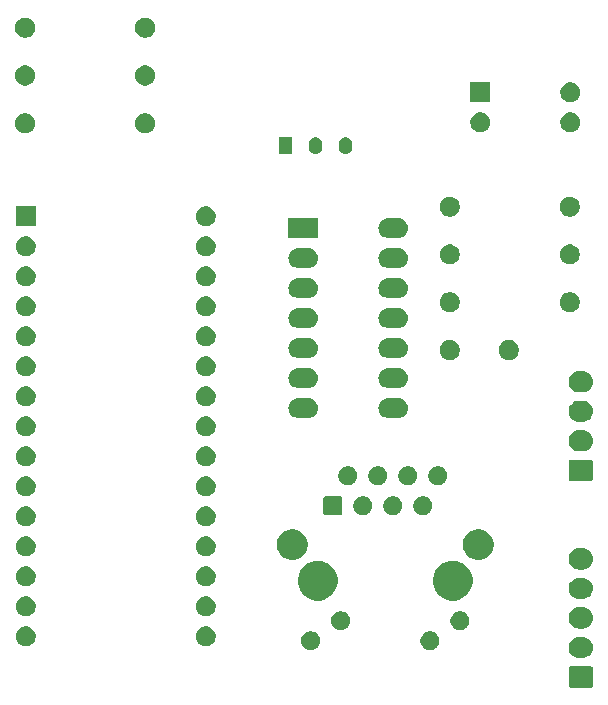
<source format=gbs>
G04 #@! TF.GenerationSoftware,KiCad,Pcbnew,(5.1.5)-2*
G04 #@! TF.CreationDate,2019-12-11T14:25:45+09:00*
G04 #@! TF.ProjectId,circuit_master_ver.1.0.0,63697263-7569-4745-9f6d-61737465725f,rev?*
G04 #@! TF.SameCoordinates,Original*
G04 #@! TF.FileFunction,Soldermask,Bot*
G04 #@! TF.FilePolarity,Negative*
%FSLAX46Y46*%
G04 Gerber Fmt 4.6, Leading zero omitted, Abs format (unit mm)*
G04 Created by KiCad (PCBNEW (5.1.5)-2) date 2019-12-11 14:25:45*
%MOMM*%
%LPD*%
G04 APERTURE LIST*
%ADD10C,0.100000*%
G04 APERTURE END LIST*
D10*
G36*
X86883600Y-168602989D02*
G01*
X86916652Y-168613015D01*
X86947103Y-168629292D01*
X86973799Y-168651201D01*
X86995708Y-168677897D01*
X87011985Y-168708348D01*
X87022011Y-168741400D01*
X87026000Y-168781903D01*
X87026000Y-170218097D01*
X87022011Y-170258600D01*
X87011985Y-170291652D01*
X86995708Y-170322103D01*
X86973799Y-170348799D01*
X86947103Y-170370708D01*
X86916652Y-170386985D01*
X86883600Y-170397011D01*
X86843097Y-170401000D01*
X85156903Y-170401000D01*
X85116400Y-170397011D01*
X85083348Y-170386985D01*
X85052897Y-170370708D01*
X85026201Y-170348799D01*
X85004292Y-170322103D01*
X84988015Y-170291652D01*
X84977989Y-170258600D01*
X84974000Y-170218097D01*
X84974000Y-168781903D01*
X84977989Y-168741400D01*
X84988015Y-168708348D01*
X85004292Y-168677897D01*
X85026201Y-168651201D01*
X85052897Y-168629292D01*
X85083348Y-168613015D01*
X85116400Y-168602989D01*
X85156903Y-168599000D01*
X86843097Y-168599000D01*
X86883600Y-168602989D01*
G37*
G36*
X86235443Y-166105519D02*
G01*
X86301627Y-166112037D01*
X86471466Y-166163557D01*
X86627991Y-166247222D01*
X86663729Y-166276552D01*
X86765186Y-166359814D01*
X86848448Y-166461271D01*
X86877778Y-166497009D01*
X86961443Y-166653534D01*
X87012963Y-166823373D01*
X87030359Y-167000000D01*
X87012963Y-167176627D01*
X86961443Y-167346466D01*
X86877778Y-167502991D01*
X86848448Y-167538729D01*
X86765186Y-167640186D01*
X86663729Y-167723448D01*
X86627991Y-167752778D01*
X86471466Y-167836443D01*
X86301627Y-167887963D01*
X86235443Y-167894481D01*
X86169260Y-167901000D01*
X85830740Y-167901000D01*
X85764557Y-167894481D01*
X85698373Y-167887963D01*
X85528534Y-167836443D01*
X85372009Y-167752778D01*
X85336271Y-167723448D01*
X85234814Y-167640186D01*
X85151552Y-167538729D01*
X85122222Y-167502991D01*
X85038557Y-167346466D01*
X84987037Y-167176627D01*
X84969641Y-167000000D01*
X84987037Y-166823373D01*
X85038557Y-166653534D01*
X85122222Y-166497009D01*
X85151552Y-166461271D01*
X85234814Y-166359814D01*
X85336271Y-166276552D01*
X85372009Y-166247222D01*
X85528534Y-166163557D01*
X85698373Y-166112037D01*
X85764557Y-166105519D01*
X85830740Y-166099000D01*
X86169260Y-166099000D01*
X86235443Y-166105519D01*
G37*
G36*
X63353642Y-165659781D02*
G01*
X63499414Y-165720162D01*
X63499416Y-165720163D01*
X63630608Y-165807822D01*
X63742178Y-165919392D01*
X63829837Y-166050584D01*
X63829838Y-166050586D01*
X63890219Y-166196358D01*
X63921000Y-166351107D01*
X63921000Y-166508893D01*
X63890219Y-166663642D01*
X63866454Y-166721015D01*
X63829837Y-166809416D01*
X63742178Y-166940608D01*
X63630608Y-167052178D01*
X63499416Y-167139837D01*
X63499415Y-167139838D01*
X63499414Y-167139838D01*
X63353642Y-167200219D01*
X63198893Y-167231000D01*
X63041107Y-167231000D01*
X62886358Y-167200219D01*
X62740586Y-167139838D01*
X62740585Y-167139838D01*
X62740584Y-167139837D01*
X62609392Y-167052178D01*
X62497822Y-166940608D01*
X62410163Y-166809416D01*
X62373546Y-166721015D01*
X62349781Y-166663642D01*
X62319000Y-166508893D01*
X62319000Y-166351107D01*
X62349781Y-166196358D01*
X62410162Y-166050586D01*
X62410163Y-166050584D01*
X62497822Y-165919392D01*
X62609392Y-165807822D01*
X62740584Y-165720163D01*
X62740586Y-165720162D01*
X62886358Y-165659781D01*
X63041107Y-165629000D01*
X63198893Y-165629000D01*
X63353642Y-165659781D01*
G37*
G36*
X73463642Y-165659781D02*
G01*
X73609414Y-165720162D01*
X73609416Y-165720163D01*
X73740608Y-165807822D01*
X73852178Y-165919392D01*
X73939837Y-166050584D01*
X73939838Y-166050586D01*
X74000219Y-166196358D01*
X74031000Y-166351107D01*
X74031000Y-166508893D01*
X74000219Y-166663642D01*
X73976454Y-166721015D01*
X73939837Y-166809416D01*
X73852178Y-166940608D01*
X73740608Y-167052178D01*
X73609416Y-167139837D01*
X73609415Y-167139838D01*
X73609414Y-167139838D01*
X73463642Y-167200219D01*
X73308893Y-167231000D01*
X73151107Y-167231000D01*
X72996358Y-167200219D01*
X72850586Y-167139838D01*
X72850585Y-167139838D01*
X72850584Y-167139837D01*
X72719392Y-167052178D01*
X72607822Y-166940608D01*
X72520163Y-166809416D01*
X72483546Y-166721015D01*
X72459781Y-166663642D01*
X72429000Y-166508893D01*
X72429000Y-166351107D01*
X72459781Y-166196358D01*
X72520162Y-166050586D01*
X72520163Y-166050584D01*
X72607822Y-165919392D01*
X72719392Y-165807822D01*
X72850584Y-165720163D01*
X72850586Y-165720162D01*
X72996358Y-165659781D01*
X73151107Y-165629000D01*
X73308893Y-165629000D01*
X73463642Y-165659781D01*
G37*
G36*
X39248228Y-165241703D02*
G01*
X39403100Y-165305853D01*
X39542481Y-165398985D01*
X39661015Y-165517519D01*
X39754147Y-165656900D01*
X39818297Y-165811772D01*
X39851000Y-165976184D01*
X39851000Y-166143816D01*
X39818297Y-166308228D01*
X39754147Y-166463100D01*
X39661015Y-166602481D01*
X39542481Y-166721015D01*
X39403100Y-166814147D01*
X39248228Y-166878297D01*
X39083816Y-166911000D01*
X38916184Y-166911000D01*
X38751772Y-166878297D01*
X38596900Y-166814147D01*
X38457519Y-166721015D01*
X38338985Y-166602481D01*
X38245853Y-166463100D01*
X38181703Y-166308228D01*
X38149000Y-166143816D01*
X38149000Y-165976184D01*
X38181703Y-165811772D01*
X38245853Y-165656900D01*
X38338985Y-165517519D01*
X38457519Y-165398985D01*
X38596900Y-165305853D01*
X38751772Y-165241703D01*
X38916184Y-165209000D01*
X39083816Y-165209000D01*
X39248228Y-165241703D01*
G37*
G36*
X54488228Y-165241703D02*
G01*
X54643100Y-165305853D01*
X54782481Y-165398985D01*
X54901015Y-165517519D01*
X54994147Y-165656900D01*
X55058297Y-165811772D01*
X55091000Y-165976184D01*
X55091000Y-166143816D01*
X55058297Y-166308228D01*
X54994147Y-166463100D01*
X54901015Y-166602481D01*
X54782481Y-166721015D01*
X54643100Y-166814147D01*
X54488228Y-166878297D01*
X54323816Y-166911000D01*
X54156184Y-166911000D01*
X53991772Y-166878297D01*
X53836900Y-166814147D01*
X53697519Y-166721015D01*
X53578985Y-166602481D01*
X53485853Y-166463100D01*
X53421703Y-166308228D01*
X53389000Y-166143816D01*
X53389000Y-165976184D01*
X53421703Y-165811772D01*
X53485853Y-165656900D01*
X53578985Y-165517519D01*
X53697519Y-165398985D01*
X53836900Y-165305853D01*
X53991772Y-165241703D01*
X54156184Y-165209000D01*
X54323816Y-165209000D01*
X54488228Y-165241703D01*
G37*
G36*
X65893642Y-163959781D02*
G01*
X66039414Y-164020162D01*
X66039416Y-164020163D01*
X66170608Y-164107822D01*
X66282178Y-164219392D01*
X66361627Y-164338297D01*
X66369838Y-164350586D01*
X66430219Y-164496358D01*
X66461000Y-164651107D01*
X66461000Y-164808893D01*
X66430219Y-164963642D01*
X66413920Y-165002991D01*
X66369837Y-165109416D01*
X66282178Y-165240608D01*
X66170608Y-165352178D01*
X66039416Y-165439837D01*
X66039415Y-165439838D01*
X66039414Y-165439838D01*
X65893642Y-165500219D01*
X65738893Y-165531000D01*
X65581107Y-165531000D01*
X65426358Y-165500219D01*
X65280586Y-165439838D01*
X65280585Y-165439838D01*
X65280584Y-165439837D01*
X65149392Y-165352178D01*
X65037822Y-165240608D01*
X64950163Y-165109416D01*
X64906080Y-165002991D01*
X64889781Y-164963642D01*
X64859000Y-164808893D01*
X64859000Y-164651107D01*
X64889781Y-164496358D01*
X64950162Y-164350586D01*
X64958373Y-164338297D01*
X65037822Y-164219392D01*
X65149392Y-164107822D01*
X65280584Y-164020163D01*
X65280586Y-164020162D01*
X65426358Y-163959781D01*
X65581107Y-163929000D01*
X65738893Y-163929000D01*
X65893642Y-163959781D01*
G37*
G36*
X76003642Y-163959781D02*
G01*
X76149414Y-164020162D01*
X76149416Y-164020163D01*
X76280608Y-164107822D01*
X76392178Y-164219392D01*
X76471627Y-164338297D01*
X76479838Y-164350586D01*
X76540219Y-164496358D01*
X76571000Y-164651107D01*
X76571000Y-164808893D01*
X76540219Y-164963642D01*
X76523920Y-165002991D01*
X76479837Y-165109416D01*
X76392178Y-165240608D01*
X76280608Y-165352178D01*
X76149416Y-165439837D01*
X76149415Y-165439838D01*
X76149414Y-165439838D01*
X76003642Y-165500219D01*
X75848893Y-165531000D01*
X75691107Y-165531000D01*
X75536358Y-165500219D01*
X75390586Y-165439838D01*
X75390585Y-165439838D01*
X75390584Y-165439837D01*
X75259392Y-165352178D01*
X75147822Y-165240608D01*
X75060163Y-165109416D01*
X75016080Y-165002991D01*
X74999781Y-164963642D01*
X74969000Y-164808893D01*
X74969000Y-164651107D01*
X74999781Y-164496358D01*
X75060162Y-164350586D01*
X75068373Y-164338297D01*
X75147822Y-164219392D01*
X75259392Y-164107822D01*
X75390584Y-164020163D01*
X75390586Y-164020162D01*
X75536358Y-163959781D01*
X75691107Y-163929000D01*
X75848893Y-163929000D01*
X76003642Y-163959781D01*
G37*
G36*
X86235443Y-163605519D02*
G01*
X86301627Y-163612037D01*
X86471466Y-163663557D01*
X86627991Y-163747222D01*
X86653588Y-163768229D01*
X86765186Y-163859814D01*
X86847226Y-163959781D01*
X86877778Y-163997009D01*
X86961443Y-164153534D01*
X87012963Y-164323373D01*
X87030359Y-164500000D01*
X87012963Y-164676627D01*
X86961443Y-164846466D01*
X86877778Y-165002991D01*
X86848448Y-165038729D01*
X86765186Y-165140186D01*
X86663729Y-165223448D01*
X86627991Y-165252778D01*
X86471466Y-165336443D01*
X86301627Y-165387963D01*
X86235442Y-165394482D01*
X86169260Y-165401000D01*
X85830740Y-165401000D01*
X85764558Y-165394482D01*
X85698373Y-165387963D01*
X85528534Y-165336443D01*
X85372009Y-165252778D01*
X85336271Y-165223448D01*
X85234814Y-165140186D01*
X85151552Y-165038729D01*
X85122222Y-165002991D01*
X85038557Y-164846466D01*
X84987037Y-164676627D01*
X84969641Y-164500000D01*
X84987037Y-164323373D01*
X85038557Y-164153534D01*
X85122222Y-163997009D01*
X85152774Y-163959781D01*
X85234814Y-163859814D01*
X85346412Y-163768229D01*
X85372009Y-163747222D01*
X85528534Y-163663557D01*
X85698373Y-163612037D01*
X85764557Y-163605519D01*
X85830740Y-163599000D01*
X86169260Y-163599000D01*
X86235443Y-163605519D01*
G37*
G36*
X54488228Y-162701703D02*
G01*
X54643100Y-162765853D01*
X54782481Y-162858985D01*
X54901015Y-162977519D01*
X54994147Y-163116900D01*
X55058297Y-163271772D01*
X55091000Y-163436184D01*
X55091000Y-163603816D01*
X55058297Y-163768228D01*
X54994147Y-163923100D01*
X54901015Y-164062481D01*
X54782481Y-164181015D01*
X54643100Y-164274147D01*
X54488228Y-164338297D01*
X54323816Y-164371000D01*
X54156184Y-164371000D01*
X53991772Y-164338297D01*
X53836900Y-164274147D01*
X53697519Y-164181015D01*
X53578985Y-164062481D01*
X53485853Y-163923100D01*
X53421703Y-163768228D01*
X53389000Y-163603816D01*
X53389000Y-163436184D01*
X53421703Y-163271772D01*
X53485853Y-163116900D01*
X53578985Y-162977519D01*
X53697519Y-162858985D01*
X53836900Y-162765853D01*
X53991772Y-162701703D01*
X54156184Y-162669000D01*
X54323816Y-162669000D01*
X54488228Y-162701703D01*
G37*
G36*
X39248228Y-162701703D02*
G01*
X39403100Y-162765853D01*
X39542481Y-162858985D01*
X39661015Y-162977519D01*
X39754147Y-163116900D01*
X39818297Y-163271772D01*
X39851000Y-163436184D01*
X39851000Y-163603816D01*
X39818297Y-163768228D01*
X39754147Y-163923100D01*
X39661015Y-164062481D01*
X39542481Y-164181015D01*
X39403100Y-164274147D01*
X39248228Y-164338297D01*
X39083816Y-164371000D01*
X38916184Y-164371000D01*
X38751772Y-164338297D01*
X38596900Y-164274147D01*
X38457519Y-164181015D01*
X38338985Y-164062481D01*
X38245853Y-163923100D01*
X38181703Y-163768228D01*
X38149000Y-163603816D01*
X38149000Y-163436184D01*
X38181703Y-163271772D01*
X38245853Y-163116900D01*
X38338985Y-162977519D01*
X38457519Y-162858985D01*
X38596900Y-162765853D01*
X38751772Y-162701703D01*
X38916184Y-162669000D01*
X39083816Y-162669000D01*
X39248228Y-162701703D01*
G37*
G36*
X64056971Y-159706204D02*
G01*
X64218871Y-159738408D01*
X64523883Y-159864748D01*
X64798387Y-160048166D01*
X65031834Y-160281613D01*
X65215252Y-160556117D01*
X65341592Y-160861129D01*
X65341592Y-160861130D01*
X65406000Y-161184927D01*
X65406000Y-161515073D01*
X65404526Y-161522481D01*
X65341592Y-161838871D01*
X65215252Y-162143883D01*
X65031834Y-162418387D01*
X64798387Y-162651834D01*
X64523883Y-162835252D01*
X64218871Y-162961592D01*
X63895073Y-163026000D01*
X63564927Y-163026000D01*
X63241129Y-162961592D01*
X62936117Y-162835252D01*
X62661613Y-162651834D01*
X62428166Y-162418387D01*
X62244748Y-162143883D01*
X62118408Y-161838871D01*
X62055474Y-161522481D01*
X62054000Y-161515073D01*
X62054000Y-161184927D01*
X62118408Y-160861130D01*
X62118408Y-160861129D01*
X62244748Y-160556117D01*
X62428166Y-160281613D01*
X62661613Y-160048166D01*
X62936117Y-159864748D01*
X63241129Y-159738408D01*
X63403029Y-159706204D01*
X63564927Y-159674000D01*
X63895073Y-159674000D01*
X64056971Y-159706204D01*
G37*
G36*
X75486971Y-159706204D02*
G01*
X75648871Y-159738408D01*
X75953883Y-159864748D01*
X76228387Y-160048166D01*
X76461834Y-160281613D01*
X76645252Y-160556117D01*
X76771592Y-160861129D01*
X76771592Y-160861130D01*
X76836000Y-161184927D01*
X76836000Y-161515073D01*
X76834526Y-161522481D01*
X76771592Y-161838871D01*
X76645252Y-162143883D01*
X76461834Y-162418387D01*
X76228387Y-162651834D01*
X75953883Y-162835252D01*
X75648871Y-162961592D01*
X75325073Y-163026000D01*
X74994927Y-163026000D01*
X74671129Y-162961592D01*
X74366117Y-162835252D01*
X74091613Y-162651834D01*
X73858166Y-162418387D01*
X73674748Y-162143883D01*
X73548408Y-161838871D01*
X73485474Y-161522481D01*
X73484000Y-161515073D01*
X73484000Y-161184927D01*
X73548408Y-160861130D01*
X73548408Y-160861129D01*
X73674748Y-160556117D01*
X73858166Y-160281613D01*
X74091613Y-160048166D01*
X74366117Y-159864748D01*
X74671129Y-159738408D01*
X74833029Y-159706204D01*
X74994927Y-159674000D01*
X75325073Y-159674000D01*
X75486971Y-159706204D01*
G37*
G36*
X86235443Y-161105519D02*
G01*
X86301627Y-161112037D01*
X86471466Y-161163557D01*
X86627991Y-161247222D01*
X86663729Y-161276552D01*
X86765186Y-161359814D01*
X86848448Y-161461271D01*
X86877778Y-161497009D01*
X86961443Y-161653534D01*
X87012963Y-161823373D01*
X87030359Y-162000000D01*
X87012963Y-162176627D01*
X86961443Y-162346466D01*
X86877778Y-162502991D01*
X86848448Y-162538729D01*
X86765186Y-162640186D01*
X86663729Y-162723448D01*
X86627991Y-162752778D01*
X86471466Y-162836443D01*
X86301627Y-162887963D01*
X86235443Y-162894481D01*
X86169260Y-162901000D01*
X85830740Y-162901000D01*
X85764557Y-162894481D01*
X85698373Y-162887963D01*
X85528534Y-162836443D01*
X85372009Y-162752778D01*
X85336271Y-162723448D01*
X85234814Y-162640186D01*
X85151552Y-162538729D01*
X85122222Y-162502991D01*
X85038557Y-162346466D01*
X84987037Y-162176627D01*
X84969641Y-162000000D01*
X84987037Y-161823373D01*
X85038557Y-161653534D01*
X85122222Y-161497009D01*
X85151552Y-161461271D01*
X85234814Y-161359814D01*
X85336271Y-161276552D01*
X85372009Y-161247222D01*
X85528534Y-161163557D01*
X85698373Y-161112037D01*
X85764557Y-161105519D01*
X85830740Y-161099000D01*
X86169260Y-161099000D01*
X86235443Y-161105519D01*
G37*
G36*
X39248228Y-160161703D02*
G01*
X39403100Y-160225853D01*
X39542481Y-160318985D01*
X39661015Y-160437519D01*
X39754147Y-160576900D01*
X39818297Y-160731772D01*
X39851000Y-160896184D01*
X39851000Y-161063816D01*
X39818297Y-161228228D01*
X39754147Y-161383100D01*
X39661015Y-161522481D01*
X39542481Y-161641015D01*
X39403100Y-161734147D01*
X39248228Y-161798297D01*
X39083816Y-161831000D01*
X38916184Y-161831000D01*
X38751772Y-161798297D01*
X38596900Y-161734147D01*
X38457519Y-161641015D01*
X38338985Y-161522481D01*
X38245853Y-161383100D01*
X38181703Y-161228228D01*
X38149000Y-161063816D01*
X38149000Y-160896184D01*
X38181703Y-160731772D01*
X38245853Y-160576900D01*
X38338985Y-160437519D01*
X38457519Y-160318985D01*
X38596900Y-160225853D01*
X38751772Y-160161703D01*
X38916184Y-160129000D01*
X39083816Y-160129000D01*
X39248228Y-160161703D01*
G37*
G36*
X54488228Y-160161703D02*
G01*
X54643100Y-160225853D01*
X54782481Y-160318985D01*
X54901015Y-160437519D01*
X54994147Y-160576900D01*
X55058297Y-160731772D01*
X55091000Y-160896184D01*
X55091000Y-161063816D01*
X55058297Y-161228228D01*
X54994147Y-161383100D01*
X54901015Y-161522481D01*
X54782481Y-161641015D01*
X54643100Y-161734147D01*
X54488228Y-161798297D01*
X54323816Y-161831000D01*
X54156184Y-161831000D01*
X53991772Y-161798297D01*
X53836900Y-161734147D01*
X53697519Y-161641015D01*
X53578985Y-161522481D01*
X53485853Y-161383100D01*
X53421703Y-161228228D01*
X53389000Y-161063816D01*
X53389000Y-160896184D01*
X53421703Y-160731772D01*
X53485853Y-160576900D01*
X53578985Y-160437519D01*
X53697519Y-160318985D01*
X53836900Y-160225853D01*
X53991772Y-160161703D01*
X54156184Y-160129000D01*
X54323816Y-160129000D01*
X54488228Y-160161703D01*
G37*
G36*
X86235442Y-158605518D02*
G01*
X86301627Y-158612037D01*
X86471466Y-158663557D01*
X86627991Y-158747222D01*
X86663729Y-158776552D01*
X86765186Y-158859814D01*
X86848448Y-158961271D01*
X86877778Y-158997009D01*
X86961443Y-159153534D01*
X87012963Y-159323373D01*
X87030359Y-159500000D01*
X87012963Y-159676627D01*
X86961443Y-159846466D01*
X86877778Y-160002991D01*
X86848448Y-160038729D01*
X86765186Y-160140186D01*
X86663729Y-160223448D01*
X86627991Y-160252778D01*
X86471466Y-160336443D01*
X86301627Y-160387963D01*
X86235443Y-160394481D01*
X86169260Y-160401000D01*
X85830740Y-160401000D01*
X85764557Y-160394481D01*
X85698373Y-160387963D01*
X85528534Y-160336443D01*
X85372009Y-160252778D01*
X85336271Y-160223448D01*
X85234814Y-160140186D01*
X85151552Y-160038729D01*
X85122222Y-160002991D01*
X85038557Y-159846466D01*
X84987037Y-159676627D01*
X84969641Y-159500000D01*
X84987037Y-159323373D01*
X85038557Y-159153534D01*
X85122222Y-158997009D01*
X85151552Y-158961271D01*
X85234814Y-158859814D01*
X85336271Y-158776552D01*
X85372009Y-158747222D01*
X85528534Y-158663557D01*
X85698373Y-158612037D01*
X85764558Y-158605518D01*
X85830740Y-158599000D01*
X86169260Y-158599000D01*
X86235442Y-158605518D01*
G37*
G36*
X77699487Y-157048996D02*
G01*
X77936253Y-157147068D01*
X77936255Y-157147069D01*
X78149339Y-157289447D01*
X78330553Y-157470661D01*
X78472932Y-157683747D01*
X78571004Y-157920513D01*
X78621000Y-158171861D01*
X78621000Y-158428139D01*
X78571004Y-158679487D01*
X78542947Y-158747222D01*
X78472931Y-158916255D01*
X78330553Y-159129339D01*
X78149339Y-159310553D01*
X77936255Y-159452931D01*
X77936254Y-159452932D01*
X77936253Y-159452932D01*
X77699487Y-159551004D01*
X77448139Y-159601000D01*
X77191861Y-159601000D01*
X76940513Y-159551004D01*
X76703747Y-159452932D01*
X76703746Y-159452932D01*
X76703745Y-159452931D01*
X76490661Y-159310553D01*
X76309447Y-159129339D01*
X76167069Y-158916255D01*
X76097053Y-158747222D01*
X76068996Y-158679487D01*
X76019000Y-158428139D01*
X76019000Y-158171861D01*
X76068996Y-157920513D01*
X76167068Y-157683747D01*
X76309447Y-157470661D01*
X76490661Y-157289447D01*
X76703745Y-157147069D01*
X76703747Y-157147068D01*
X76940513Y-157048996D01*
X77191861Y-156999000D01*
X77448139Y-156999000D01*
X77699487Y-157048996D01*
G37*
G36*
X61949487Y-157048996D02*
G01*
X62186253Y-157147068D01*
X62186255Y-157147069D01*
X62399339Y-157289447D01*
X62580553Y-157470661D01*
X62722932Y-157683747D01*
X62821004Y-157920513D01*
X62871000Y-158171861D01*
X62871000Y-158428139D01*
X62821004Y-158679487D01*
X62792947Y-158747222D01*
X62722931Y-158916255D01*
X62580553Y-159129339D01*
X62399339Y-159310553D01*
X62186255Y-159452931D01*
X62186254Y-159452932D01*
X62186253Y-159452932D01*
X61949487Y-159551004D01*
X61698139Y-159601000D01*
X61441861Y-159601000D01*
X61190513Y-159551004D01*
X60953747Y-159452932D01*
X60953746Y-159452932D01*
X60953745Y-159452931D01*
X60740661Y-159310553D01*
X60559447Y-159129339D01*
X60417069Y-158916255D01*
X60347053Y-158747222D01*
X60318996Y-158679487D01*
X60269000Y-158428139D01*
X60269000Y-158171861D01*
X60318996Y-157920513D01*
X60417068Y-157683747D01*
X60559447Y-157470661D01*
X60740661Y-157289447D01*
X60953745Y-157147069D01*
X60953747Y-157147068D01*
X61190513Y-157048996D01*
X61441861Y-156999000D01*
X61698139Y-156999000D01*
X61949487Y-157048996D01*
G37*
G36*
X54488228Y-157621703D02*
G01*
X54643100Y-157685853D01*
X54782481Y-157778985D01*
X54901015Y-157897519D01*
X54994147Y-158036900D01*
X55058297Y-158191772D01*
X55091000Y-158356184D01*
X55091000Y-158523816D01*
X55058297Y-158688228D01*
X54994147Y-158843100D01*
X54901015Y-158982481D01*
X54782481Y-159101015D01*
X54643100Y-159194147D01*
X54488228Y-159258297D01*
X54323816Y-159291000D01*
X54156184Y-159291000D01*
X53991772Y-159258297D01*
X53836900Y-159194147D01*
X53697519Y-159101015D01*
X53578985Y-158982481D01*
X53485853Y-158843100D01*
X53421703Y-158688228D01*
X53389000Y-158523816D01*
X53389000Y-158356184D01*
X53421703Y-158191772D01*
X53485853Y-158036900D01*
X53578985Y-157897519D01*
X53697519Y-157778985D01*
X53836900Y-157685853D01*
X53991772Y-157621703D01*
X54156184Y-157589000D01*
X54323816Y-157589000D01*
X54488228Y-157621703D01*
G37*
G36*
X39248228Y-157621703D02*
G01*
X39403100Y-157685853D01*
X39542481Y-157778985D01*
X39661015Y-157897519D01*
X39754147Y-158036900D01*
X39818297Y-158191772D01*
X39851000Y-158356184D01*
X39851000Y-158523816D01*
X39818297Y-158688228D01*
X39754147Y-158843100D01*
X39661015Y-158982481D01*
X39542481Y-159101015D01*
X39403100Y-159194147D01*
X39248228Y-159258297D01*
X39083816Y-159291000D01*
X38916184Y-159291000D01*
X38751772Y-159258297D01*
X38596900Y-159194147D01*
X38457519Y-159101015D01*
X38338985Y-158982481D01*
X38245853Y-158843100D01*
X38181703Y-158688228D01*
X38149000Y-158523816D01*
X38149000Y-158356184D01*
X38181703Y-158191772D01*
X38245853Y-158036900D01*
X38338985Y-157897519D01*
X38457519Y-157778985D01*
X38596900Y-157685853D01*
X38751772Y-157621703D01*
X38916184Y-157589000D01*
X39083816Y-157589000D01*
X39248228Y-157621703D01*
G37*
G36*
X54488228Y-155081703D02*
G01*
X54643100Y-155145853D01*
X54782481Y-155238985D01*
X54901015Y-155357519D01*
X54994147Y-155496900D01*
X55058297Y-155651772D01*
X55091000Y-155816184D01*
X55091000Y-155983816D01*
X55058297Y-156148228D01*
X54994147Y-156303100D01*
X54901015Y-156442481D01*
X54782481Y-156561015D01*
X54643100Y-156654147D01*
X54488228Y-156718297D01*
X54323816Y-156751000D01*
X54156184Y-156751000D01*
X53991772Y-156718297D01*
X53836900Y-156654147D01*
X53697519Y-156561015D01*
X53578985Y-156442481D01*
X53485853Y-156303100D01*
X53421703Y-156148228D01*
X53389000Y-155983816D01*
X53389000Y-155816184D01*
X53421703Y-155651772D01*
X53485853Y-155496900D01*
X53578985Y-155357519D01*
X53697519Y-155238985D01*
X53836900Y-155145853D01*
X53991772Y-155081703D01*
X54156184Y-155049000D01*
X54323816Y-155049000D01*
X54488228Y-155081703D01*
G37*
G36*
X39248228Y-155081703D02*
G01*
X39403100Y-155145853D01*
X39542481Y-155238985D01*
X39661015Y-155357519D01*
X39754147Y-155496900D01*
X39818297Y-155651772D01*
X39851000Y-155816184D01*
X39851000Y-155983816D01*
X39818297Y-156148228D01*
X39754147Y-156303100D01*
X39661015Y-156442481D01*
X39542481Y-156561015D01*
X39403100Y-156654147D01*
X39248228Y-156718297D01*
X39083816Y-156751000D01*
X38916184Y-156751000D01*
X38751772Y-156718297D01*
X38596900Y-156654147D01*
X38457519Y-156561015D01*
X38338985Y-156442481D01*
X38245853Y-156303100D01*
X38181703Y-156148228D01*
X38149000Y-155983816D01*
X38149000Y-155816184D01*
X38181703Y-155651772D01*
X38245853Y-155496900D01*
X38338985Y-155357519D01*
X38457519Y-155238985D01*
X38596900Y-155145853D01*
X38751772Y-155081703D01*
X38916184Y-155049000D01*
X39083816Y-155049000D01*
X39248228Y-155081703D01*
G37*
G36*
X72853642Y-154229781D02*
G01*
X72977872Y-154281239D01*
X72999416Y-154290163D01*
X73130608Y-154377822D01*
X73242178Y-154489392D01*
X73329837Y-154620584D01*
X73329838Y-154620586D01*
X73390219Y-154766358D01*
X73421000Y-154921107D01*
X73421000Y-155078893D01*
X73390219Y-155233642D01*
X73338907Y-155357519D01*
X73329837Y-155379416D01*
X73242178Y-155510608D01*
X73130608Y-155622178D01*
X72999416Y-155709837D01*
X72999415Y-155709838D01*
X72999414Y-155709838D01*
X72853642Y-155770219D01*
X72698893Y-155801000D01*
X72541107Y-155801000D01*
X72386358Y-155770219D01*
X72240586Y-155709838D01*
X72240585Y-155709838D01*
X72240584Y-155709837D01*
X72109392Y-155622178D01*
X71997822Y-155510608D01*
X71910163Y-155379416D01*
X71901093Y-155357519D01*
X71849781Y-155233642D01*
X71819000Y-155078893D01*
X71819000Y-154921107D01*
X71849781Y-154766358D01*
X71910162Y-154620586D01*
X71910163Y-154620584D01*
X71997822Y-154489392D01*
X72109392Y-154377822D01*
X72240584Y-154290163D01*
X72262128Y-154281239D01*
X72386358Y-154229781D01*
X72541107Y-154199000D01*
X72698893Y-154199000D01*
X72853642Y-154229781D01*
G37*
G36*
X70313642Y-154229781D02*
G01*
X70437872Y-154281239D01*
X70459416Y-154290163D01*
X70590608Y-154377822D01*
X70702178Y-154489392D01*
X70789837Y-154620584D01*
X70789838Y-154620586D01*
X70850219Y-154766358D01*
X70881000Y-154921107D01*
X70881000Y-155078893D01*
X70850219Y-155233642D01*
X70798907Y-155357519D01*
X70789837Y-155379416D01*
X70702178Y-155510608D01*
X70590608Y-155622178D01*
X70459416Y-155709837D01*
X70459415Y-155709838D01*
X70459414Y-155709838D01*
X70313642Y-155770219D01*
X70158893Y-155801000D01*
X70001107Y-155801000D01*
X69846358Y-155770219D01*
X69700586Y-155709838D01*
X69700585Y-155709838D01*
X69700584Y-155709837D01*
X69569392Y-155622178D01*
X69457822Y-155510608D01*
X69370163Y-155379416D01*
X69361093Y-155357519D01*
X69309781Y-155233642D01*
X69279000Y-155078893D01*
X69279000Y-154921107D01*
X69309781Y-154766358D01*
X69370162Y-154620586D01*
X69370163Y-154620584D01*
X69457822Y-154489392D01*
X69569392Y-154377822D01*
X69700584Y-154290163D01*
X69722128Y-154281239D01*
X69846358Y-154229781D01*
X70001107Y-154199000D01*
X70158893Y-154199000D01*
X70313642Y-154229781D01*
G37*
G36*
X67773642Y-154229781D02*
G01*
X67897872Y-154281239D01*
X67919416Y-154290163D01*
X68050608Y-154377822D01*
X68162178Y-154489392D01*
X68249837Y-154620584D01*
X68249838Y-154620586D01*
X68310219Y-154766358D01*
X68341000Y-154921107D01*
X68341000Y-155078893D01*
X68310219Y-155233642D01*
X68258907Y-155357519D01*
X68249837Y-155379416D01*
X68162178Y-155510608D01*
X68050608Y-155622178D01*
X67919416Y-155709837D01*
X67919415Y-155709838D01*
X67919414Y-155709838D01*
X67773642Y-155770219D01*
X67618893Y-155801000D01*
X67461107Y-155801000D01*
X67306358Y-155770219D01*
X67160586Y-155709838D01*
X67160585Y-155709838D01*
X67160584Y-155709837D01*
X67029392Y-155622178D01*
X66917822Y-155510608D01*
X66830163Y-155379416D01*
X66821093Y-155357519D01*
X66769781Y-155233642D01*
X66739000Y-155078893D01*
X66739000Y-154921107D01*
X66769781Y-154766358D01*
X66830162Y-154620586D01*
X66830163Y-154620584D01*
X66917822Y-154489392D01*
X67029392Y-154377822D01*
X67160584Y-154290163D01*
X67182128Y-154281239D01*
X67306358Y-154229781D01*
X67461107Y-154199000D01*
X67618893Y-154199000D01*
X67773642Y-154229781D01*
G37*
G36*
X65652546Y-154203134D02*
G01*
X65687010Y-154213589D01*
X65718761Y-154230560D01*
X65746597Y-154253403D01*
X65769440Y-154281239D01*
X65786411Y-154312990D01*
X65796866Y-154347454D01*
X65801000Y-154389425D01*
X65801000Y-155610575D01*
X65796866Y-155652546D01*
X65786411Y-155687010D01*
X65769440Y-155718761D01*
X65746597Y-155746597D01*
X65718761Y-155769440D01*
X65687010Y-155786411D01*
X65652546Y-155796866D01*
X65610575Y-155801000D01*
X64389425Y-155801000D01*
X64347454Y-155796866D01*
X64312990Y-155786411D01*
X64281239Y-155769440D01*
X64253403Y-155746597D01*
X64230560Y-155718761D01*
X64213589Y-155687010D01*
X64203134Y-155652546D01*
X64199000Y-155610575D01*
X64199000Y-154389425D01*
X64203134Y-154347454D01*
X64213589Y-154312990D01*
X64230560Y-154281239D01*
X64253403Y-154253403D01*
X64281239Y-154230560D01*
X64312990Y-154213589D01*
X64347454Y-154203134D01*
X64389425Y-154199000D01*
X65610575Y-154199000D01*
X65652546Y-154203134D01*
G37*
G36*
X39248228Y-152541703D02*
G01*
X39403100Y-152605853D01*
X39542481Y-152698985D01*
X39661015Y-152817519D01*
X39754147Y-152956900D01*
X39818297Y-153111772D01*
X39851000Y-153276184D01*
X39851000Y-153443816D01*
X39818297Y-153608228D01*
X39754147Y-153763100D01*
X39661015Y-153902481D01*
X39542481Y-154021015D01*
X39403100Y-154114147D01*
X39248228Y-154178297D01*
X39083816Y-154211000D01*
X38916184Y-154211000D01*
X38751772Y-154178297D01*
X38596900Y-154114147D01*
X38457519Y-154021015D01*
X38338985Y-153902481D01*
X38245853Y-153763100D01*
X38181703Y-153608228D01*
X38149000Y-153443816D01*
X38149000Y-153276184D01*
X38181703Y-153111772D01*
X38245853Y-152956900D01*
X38338985Y-152817519D01*
X38457519Y-152698985D01*
X38596900Y-152605853D01*
X38751772Y-152541703D01*
X38916184Y-152509000D01*
X39083816Y-152509000D01*
X39248228Y-152541703D01*
G37*
G36*
X54488228Y-152541703D02*
G01*
X54643100Y-152605853D01*
X54782481Y-152698985D01*
X54901015Y-152817519D01*
X54994147Y-152956900D01*
X55058297Y-153111772D01*
X55091000Y-153276184D01*
X55091000Y-153443816D01*
X55058297Y-153608228D01*
X54994147Y-153763100D01*
X54901015Y-153902481D01*
X54782481Y-154021015D01*
X54643100Y-154114147D01*
X54488228Y-154178297D01*
X54323816Y-154211000D01*
X54156184Y-154211000D01*
X53991772Y-154178297D01*
X53836900Y-154114147D01*
X53697519Y-154021015D01*
X53578985Y-153902481D01*
X53485853Y-153763100D01*
X53421703Y-153608228D01*
X53389000Y-153443816D01*
X53389000Y-153276184D01*
X53421703Y-153111772D01*
X53485853Y-152956900D01*
X53578985Y-152817519D01*
X53697519Y-152698985D01*
X53836900Y-152605853D01*
X53991772Y-152541703D01*
X54156184Y-152509000D01*
X54323816Y-152509000D01*
X54488228Y-152541703D01*
G37*
G36*
X69043642Y-151689781D02*
G01*
X69189414Y-151750162D01*
X69189416Y-151750163D01*
X69320608Y-151837822D01*
X69432178Y-151949392D01*
X69519837Y-152080584D01*
X69519838Y-152080586D01*
X69580219Y-152226358D01*
X69611000Y-152381107D01*
X69611000Y-152538893D01*
X69580219Y-152693642D01*
X69528907Y-152817519D01*
X69519837Y-152839416D01*
X69432178Y-152970608D01*
X69320608Y-153082178D01*
X69189416Y-153169837D01*
X69189415Y-153169838D01*
X69189414Y-153169838D01*
X69043642Y-153230219D01*
X68888893Y-153261000D01*
X68731107Y-153261000D01*
X68576358Y-153230219D01*
X68430586Y-153169838D01*
X68430585Y-153169838D01*
X68430584Y-153169837D01*
X68299392Y-153082178D01*
X68187822Y-152970608D01*
X68100163Y-152839416D01*
X68091093Y-152817519D01*
X68039781Y-152693642D01*
X68009000Y-152538893D01*
X68009000Y-152381107D01*
X68039781Y-152226358D01*
X68100162Y-152080586D01*
X68100163Y-152080584D01*
X68187822Y-151949392D01*
X68299392Y-151837822D01*
X68430584Y-151750163D01*
X68430586Y-151750162D01*
X68576358Y-151689781D01*
X68731107Y-151659000D01*
X68888893Y-151659000D01*
X69043642Y-151689781D01*
G37*
G36*
X66503642Y-151689781D02*
G01*
X66649414Y-151750162D01*
X66649416Y-151750163D01*
X66780608Y-151837822D01*
X66892178Y-151949392D01*
X66979837Y-152080584D01*
X66979838Y-152080586D01*
X67040219Y-152226358D01*
X67071000Y-152381107D01*
X67071000Y-152538893D01*
X67040219Y-152693642D01*
X66988907Y-152817519D01*
X66979837Y-152839416D01*
X66892178Y-152970608D01*
X66780608Y-153082178D01*
X66649416Y-153169837D01*
X66649415Y-153169838D01*
X66649414Y-153169838D01*
X66503642Y-153230219D01*
X66348893Y-153261000D01*
X66191107Y-153261000D01*
X66036358Y-153230219D01*
X65890586Y-153169838D01*
X65890585Y-153169838D01*
X65890584Y-153169837D01*
X65759392Y-153082178D01*
X65647822Y-152970608D01*
X65560163Y-152839416D01*
X65551093Y-152817519D01*
X65499781Y-152693642D01*
X65469000Y-152538893D01*
X65469000Y-152381107D01*
X65499781Y-152226358D01*
X65560162Y-152080586D01*
X65560163Y-152080584D01*
X65647822Y-151949392D01*
X65759392Y-151837822D01*
X65890584Y-151750163D01*
X65890586Y-151750162D01*
X66036358Y-151689781D01*
X66191107Y-151659000D01*
X66348893Y-151659000D01*
X66503642Y-151689781D01*
G37*
G36*
X71583642Y-151689781D02*
G01*
X71729414Y-151750162D01*
X71729416Y-151750163D01*
X71860608Y-151837822D01*
X71972178Y-151949392D01*
X72059837Y-152080584D01*
X72059838Y-152080586D01*
X72120219Y-152226358D01*
X72151000Y-152381107D01*
X72151000Y-152538893D01*
X72120219Y-152693642D01*
X72068907Y-152817519D01*
X72059837Y-152839416D01*
X71972178Y-152970608D01*
X71860608Y-153082178D01*
X71729416Y-153169837D01*
X71729415Y-153169838D01*
X71729414Y-153169838D01*
X71583642Y-153230219D01*
X71428893Y-153261000D01*
X71271107Y-153261000D01*
X71116358Y-153230219D01*
X70970586Y-153169838D01*
X70970585Y-153169838D01*
X70970584Y-153169837D01*
X70839392Y-153082178D01*
X70727822Y-152970608D01*
X70640163Y-152839416D01*
X70631093Y-152817519D01*
X70579781Y-152693642D01*
X70549000Y-152538893D01*
X70549000Y-152381107D01*
X70579781Y-152226358D01*
X70640162Y-152080586D01*
X70640163Y-152080584D01*
X70727822Y-151949392D01*
X70839392Y-151837822D01*
X70970584Y-151750163D01*
X70970586Y-151750162D01*
X71116358Y-151689781D01*
X71271107Y-151659000D01*
X71428893Y-151659000D01*
X71583642Y-151689781D01*
G37*
G36*
X74123642Y-151689781D02*
G01*
X74269414Y-151750162D01*
X74269416Y-151750163D01*
X74400608Y-151837822D01*
X74512178Y-151949392D01*
X74599837Y-152080584D01*
X74599838Y-152080586D01*
X74660219Y-152226358D01*
X74691000Y-152381107D01*
X74691000Y-152538893D01*
X74660219Y-152693642D01*
X74608907Y-152817519D01*
X74599837Y-152839416D01*
X74512178Y-152970608D01*
X74400608Y-153082178D01*
X74269416Y-153169837D01*
X74269415Y-153169838D01*
X74269414Y-153169838D01*
X74123642Y-153230219D01*
X73968893Y-153261000D01*
X73811107Y-153261000D01*
X73656358Y-153230219D01*
X73510586Y-153169838D01*
X73510585Y-153169838D01*
X73510584Y-153169837D01*
X73379392Y-153082178D01*
X73267822Y-152970608D01*
X73180163Y-152839416D01*
X73171093Y-152817519D01*
X73119781Y-152693642D01*
X73089000Y-152538893D01*
X73089000Y-152381107D01*
X73119781Y-152226358D01*
X73180162Y-152080586D01*
X73180163Y-152080584D01*
X73267822Y-151949392D01*
X73379392Y-151837822D01*
X73510584Y-151750163D01*
X73510586Y-151750162D01*
X73656358Y-151689781D01*
X73811107Y-151659000D01*
X73968893Y-151659000D01*
X74123642Y-151689781D01*
G37*
G36*
X86883600Y-151102989D02*
G01*
X86916652Y-151113015D01*
X86947103Y-151129292D01*
X86973799Y-151151201D01*
X86995708Y-151177897D01*
X87011985Y-151208348D01*
X87022011Y-151241400D01*
X87026000Y-151281903D01*
X87026000Y-152718097D01*
X87022011Y-152758600D01*
X87011985Y-152791652D01*
X86995708Y-152822103D01*
X86973799Y-152848799D01*
X86947103Y-152870708D01*
X86916652Y-152886985D01*
X86883600Y-152897011D01*
X86843097Y-152901000D01*
X85156903Y-152901000D01*
X85116400Y-152897011D01*
X85083348Y-152886985D01*
X85052897Y-152870708D01*
X85026201Y-152848799D01*
X85004292Y-152822103D01*
X84988015Y-152791652D01*
X84977989Y-152758600D01*
X84974000Y-152718097D01*
X84974000Y-151281903D01*
X84977989Y-151241400D01*
X84988015Y-151208348D01*
X85004292Y-151177897D01*
X85026201Y-151151201D01*
X85052897Y-151129292D01*
X85083348Y-151113015D01*
X85116400Y-151102989D01*
X85156903Y-151099000D01*
X86843097Y-151099000D01*
X86883600Y-151102989D01*
G37*
G36*
X39248228Y-150001703D02*
G01*
X39403100Y-150065853D01*
X39542481Y-150158985D01*
X39661015Y-150277519D01*
X39754147Y-150416900D01*
X39818297Y-150571772D01*
X39851000Y-150736184D01*
X39851000Y-150903816D01*
X39818297Y-151068228D01*
X39754147Y-151223100D01*
X39661015Y-151362481D01*
X39542481Y-151481015D01*
X39403100Y-151574147D01*
X39248228Y-151638297D01*
X39083816Y-151671000D01*
X38916184Y-151671000D01*
X38751772Y-151638297D01*
X38596900Y-151574147D01*
X38457519Y-151481015D01*
X38338985Y-151362481D01*
X38245853Y-151223100D01*
X38181703Y-151068228D01*
X38149000Y-150903816D01*
X38149000Y-150736184D01*
X38181703Y-150571772D01*
X38245853Y-150416900D01*
X38338985Y-150277519D01*
X38457519Y-150158985D01*
X38596900Y-150065853D01*
X38751772Y-150001703D01*
X38916184Y-149969000D01*
X39083816Y-149969000D01*
X39248228Y-150001703D01*
G37*
G36*
X54488228Y-150001703D02*
G01*
X54643100Y-150065853D01*
X54782481Y-150158985D01*
X54901015Y-150277519D01*
X54994147Y-150416900D01*
X55058297Y-150571772D01*
X55091000Y-150736184D01*
X55091000Y-150903816D01*
X55058297Y-151068228D01*
X54994147Y-151223100D01*
X54901015Y-151362481D01*
X54782481Y-151481015D01*
X54643100Y-151574147D01*
X54488228Y-151638297D01*
X54323816Y-151671000D01*
X54156184Y-151671000D01*
X53991772Y-151638297D01*
X53836900Y-151574147D01*
X53697519Y-151481015D01*
X53578985Y-151362481D01*
X53485853Y-151223100D01*
X53421703Y-151068228D01*
X53389000Y-150903816D01*
X53389000Y-150736184D01*
X53421703Y-150571772D01*
X53485853Y-150416900D01*
X53578985Y-150277519D01*
X53697519Y-150158985D01*
X53836900Y-150065853D01*
X53991772Y-150001703D01*
X54156184Y-149969000D01*
X54323816Y-149969000D01*
X54488228Y-150001703D01*
G37*
G36*
X86235442Y-148605518D02*
G01*
X86301627Y-148612037D01*
X86471466Y-148663557D01*
X86471468Y-148663558D01*
X86508028Y-148683100D01*
X86627991Y-148747222D01*
X86663729Y-148776552D01*
X86765186Y-148859814D01*
X86831825Y-148941015D01*
X86877778Y-148997009D01*
X86961443Y-149153534D01*
X87012963Y-149323373D01*
X87030359Y-149500000D01*
X87012963Y-149676627D01*
X86961443Y-149846466D01*
X86877778Y-150002991D01*
X86848448Y-150038729D01*
X86765186Y-150140186D01*
X86663729Y-150223448D01*
X86627991Y-150252778D01*
X86471466Y-150336443D01*
X86301627Y-150387963D01*
X86235443Y-150394481D01*
X86169260Y-150401000D01*
X85830740Y-150401000D01*
X85764557Y-150394481D01*
X85698373Y-150387963D01*
X85528534Y-150336443D01*
X85372009Y-150252778D01*
X85336271Y-150223448D01*
X85234814Y-150140186D01*
X85151552Y-150038729D01*
X85122222Y-150002991D01*
X85038557Y-149846466D01*
X84987037Y-149676627D01*
X84969641Y-149500000D01*
X84987037Y-149323373D01*
X85038557Y-149153534D01*
X85122222Y-148997009D01*
X85168175Y-148941015D01*
X85234814Y-148859814D01*
X85336271Y-148776552D01*
X85372009Y-148747222D01*
X85491972Y-148683100D01*
X85528532Y-148663558D01*
X85528534Y-148663557D01*
X85698373Y-148612037D01*
X85764558Y-148605518D01*
X85830740Y-148599000D01*
X86169260Y-148599000D01*
X86235442Y-148605518D01*
G37*
G36*
X54488228Y-147461703D02*
G01*
X54643100Y-147525853D01*
X54782481Y-147618985D01*
X54901015Y-147737519D01*
X54994147Y-147876900D01*
X55058297Y-148031772D01*
X55091000Y-148196184D01*
X55091000Y-148363816D01*
X55058297Y-148528228D01*
X54994147Y-148683100D01*
X54901015Y-148822481D01*
X54782481Y-148941015D01*
X54643100Y-149034147D01*
X54488228Y-149098297D01*
X54323816Y-149131000D01*
X54156184Y-149131000D01*
X53991772Y-149098297D01*
X53836900Y-149034147D01*
X53697519Y-148941015D01*
X53578985Y-148822481D01*
X53485853Y-148683100D01*
X53421703Y-148528228D01*
X53389000Y-148363816D01*
X53389000Y-148196184D01*
X53421703Y-148031772D01*
X53485853Y-147876900D01*
X53578985Y-147737519D01*
X53697519Y-147618985D01*
X53836900Y-147525853D01*
X53991772Y-147461703D01*
X54156184Y-147429000D01*
X54323816Y-147429000D01*
X54488228Y-147461703D01*
G37*
G36*
X39248228Y-147461703D02*
G01*
X39403100Y-147525853D01*
X39542481Y-147618985D01*
X39661015Y-147737519D01*
X39754147Y-147876900D01*
X39818297Y-148031772D01*
X39851000Y-148196184D01*
X39851000Y-148363816D01*
X39818297Y-148528228D01*
X39754147Y-148683100D01*
X39661015Y-148822481D01*
X39542481Y-148941015D01*
X39403100Y-149034147D01*
X39248228Y-149098297D01*
X39083816Y-149131000D01*
X38916184Y-149131000D01*
X38751772Y-149098297D01*
X38596900Y-149034147D01*
X38457519Y-148941015D01*
X38338985Y-148822481D01*
X38245853Y-148683100D01*
X38181703Y-148528228D01*
X38149000Y-148363816D01*
X38149000Y-148196184D01*
X38181703Y-148031772D01*
X38245853Y-147876900D01*
X38338985Y-147737519D01*
X38457519Y-147618985D01*
X38596900Y-147525853D01*
X38751772Y-147461703D01*
X38916184Y-147429000D01*
X39083816Y-147429000D01*
X39248228Y-147461703D01*
G37*
G36*
X86235443Y-146105519D02*
G01*
X86301627Y-146112037D01*
X86471466Y-146163557D01*
X86627991Y-146247222D01*
X86663729Y-146276552D01*
X86765186Y-146359814D01*
X86848448Y-146461271D01*
X86877778Y-146497009D01*
X86961443Y-146653534D01*
X87012963Y-146823373D01*
X87030359Y-147000000D01*
X87012963Y-147176627D01*
X86961443Y-147346466D01*
X86877778Y-147502991D01*
X86848448Y-147538729D01*
X86765186Y-147640186D01*
X86663729Y-147723448D01*
X86627991Y-147752778D01*
X86471466Y-147836443D01*
X86301627Y-147887963D01*
X86235442Y-147894482D01*
X86169260Y-147901000D01*
X85830740Y-147901000D01*
X85764558Y-147894482D01*
X85698373Y-147887963D01*
X85528534Y-147836443D01*
X85372009Y-147752778D01*
X85336271Y-147723448D01*
X85234814Y-147640186D01*
X85151552Y-147538729D01*
X85122222Y-147502991D01*
X85038557Y-147346466D01*
X84987037Y-147176627D01*
X84969641Y-147000000D01*
X84987037Y-146823373D01*
X85038557Y-146653534D01*
X85122222Y-146497009D01*
X85151552Y-146461271D01*
X85234814Y-146359814D01*
X85336271Y-146276552D01*
X85372009Y-146247222D01*
X85528534Y-146163557D01*
X85698373Y-146112037D01*
X85764557Y-146105519D01*
X85830740Y-146099000D01*
X86169260Y-146099000D01*
X86235443Y-146105519D01*
G37*
G36*
X63066823Y-145901313D02*
G01*
X63227242Y-145949976D01*
X63298806Y-145988228D01*
X63375078Y-146028996D01*
X63504659Y-146135341D01*
X63611004Y-146264922D01*
X63611005Y-146264924D01*
X63690024Y-146412758D01*
X63738687Y-146573177D01*
X63755117Y-146740000D01*
X63738687Y-146906823D01*
X63690024Y-147067242D01*
X63631556Y-147176627D01*
X63611004Y-147215078D01*
X63504659Y-147344659D01*
X63375078Y-147451004D01*
X63375076Y-147451005D01*
X63227242Y-147530024D01*
X63066823Y-147578687D01*
X62941804Y-147591000D01*
X62058196Y-147591000D01*
X61933177Y-147578687D01*
X61772758Y-147530024D01*
X61624924Y-147451005D01*
X61624922Y-147451004D01*
X61495341Y-147344659D01*
X61388996Y-147215078D01*
X61368444Y-147176627D01*
X61309976Y-147067242D01*
X61261313Y-146906823D01*
X61244883Y-146740000D01*
X61261313Y-146573177D01*
X61309976Y-146412758D01*
X61388995Y-146264924D01*
X61388996Y-146264922D01*
X61495341Y-146135341D01*
X61624922Y-146028996D01*
X61701194Y-145988228D01*
X61772758Y-145949976D01*
X61933177Y-145901313D01*
X62058196Y-145889000D01*
X62941804Y-145889000D01*
X63066823Y-145901313D01*
G37*
G36*
X70686823Y-145901313D02*
G01*
X70847242Y-145949976D01*
X70918806Y-145988228D01*
X70995078Y-146028996D01*
X71124659Y-146135341D01*
X71231004Y-146264922D01*
X71231005Y-146264924D01*
X71310024Y-146412758D01*
X71358687Y-146573177D01*
X71375117Y-146740000D01*
X71358687Y-146906823D01*
X71310024Y-147067242D01*
X71251556Y-147176627D01*
X71231004Y-147215078D01*
X71124659Y-147344659D01*
X70995078Y-147451004D01*
X70995076Y-147451005D01*
X70847242Y-147530024D01*
X70686823Y-147578687D01*
X70561804Y-147591000D01*
X69678196Y-147591000D01*
X69553177Y-147578687D01*
X69392758Y-147530024D01*
X69244924Y-147451005D01*
X69244922Y-147451004D01*
X69115341Y-147344659D01*
X69008996Y-147215078D01*
X68988444Y-147176627D01*
X68929976Y-147067242D01*
X68881313Y-146906823D01*
X68864883Y-146740000D01*
X68881313Y-146573177D01*
X68929976Y-146412758D01*
X69008995Y-146264924D01*
X69008996Y-146264922D01*
X69115341Y-146135341D01*
X69244922Y-146028996D01*
X69321194Y-145988228D01*
X69392758Y-145949976D01*
X69553177Y-145901313D01*
X69678196Y-145889000D01*
X70561804Y-145889000D01*
X70686823Y-145901313D01*
G37*
G36*
X39248228Y-144921703D02*
G01*
X39403100Y-144985853D01*
X39542481Y-145078985D01*
X39661015Y-145197519D01*
X39754147Y-145336900D01*
X39818297Y-145491772D01*
X39851000Y-145656184D01*
X39851000Y-145823816D01*
X39818297Y-145988228D01*
X39754147Y-146143100D01*
X39661015Y-146282481D01*
X39542481Y-146401015D01*
X39403100Y-146494147D01*
X39248228Y-146558297D01*
X39083816Y-146591000D01*
X38916184Y-146591000D01*
X38751772Y-146558297D01*
X38596900Y-146494147D01*
X38457519Y-146401015D01*
X38338985Y-146282481D01*
X38245853Y-146143100D01*
X38181703Y-145988228D01*
X38149000Y-145823816D01*
X38149000Y-145656184D01*
X38181703Y-145491772D01*
X38245853Y-145336900D01*
X38338985Y-145197519D01*
X38457519Y-145078985D01*
X38596900Y-144985853D01*
X38751772Y-144921703D01*
X38916184Y-144889000D01*
X39083816Y-144889000D01*
X39248228Y-144921703D01*
G37*
G36*
X54488228Y-144921703D02*
G01*
X54643100Y-144985853D01*
X54782481Y-145078985D01*
X54901015Y-145197519D01*
X54994147Y-145336900D01*
X55058297Y-145491772D01*
X55091000Y-145656184D01*
X55091000Y-145823816D01*
X55058297Y-145988228D01*
X54994147Y-146143100D01*
X54901015Y-146282481D01*
X54782481Y-146401015D01*
X54643100Y-146494147D01*
X54488228Y-146558297D01*
X54323816Y-146591000D01*
X54156184Y-146591000D01*
X53991772Y-146558297D01*
X53836900Y-146494147D01*
X53697519Y-146401015D01*
X53578985Y-146282481D01*
X53485853Y-146143100D01*
X53421703Y-145988228D01*
X53389000Y-145823816D01*
X53389000Y-145656184D01*
X53421703Y-145491772D01*
X53485853Y-145336900D01*
X53578985Y-145197519D01*
X53697519Y-145078985D01*
X53836900Y-144985853D01*
X53991772Y-144921703D01*
X54156184Y-144889000D01*
X54323816Y-144889000D01*
X54488228Y-144921703D01*
G37*
G36*
X86210887Y-143603100D02*
G01*
X86301627Y-143612037D01*
X86471466Y-143663557D01*
X86627991Y-143747222D01*
X86663729Y-143776552D01*
X86765186Y-143859814D01*
X86842602Y-143954147D01*
X86877778Y-143997009D01*
X86961443Y-144153534D01*
X87012963Y-144323373D01*
X87030359Y-144500000D01*
X87012963Y-144676627D01*
X86961443Y-144846466D01*
X86877778Y-145002991D01*
X86848484Y-145038686D01*
X86765186Y-145140186D01*
X86695323Y-145197520D01*
X86627991Y-145252778D01*
X86471466Y-145336443D01*
X86301627Y-145387963D01*
X86235443Y-145394481D01*
X86169260Y-145401000D01*
X85830740Y-145401000D01*
X85764557Y-145394481D01*
X85698373Y-145387963D01*
X85528534Y-145336443D01*
X85372009Y-145252778D01*
X85304677Y-145197520D01*
X85234814Y-145140186D01*
X85151516Y-145038686D01*
X85122222Y-145002991D01*
X85038557Y-144846466D01*
X84987037Y-144676627D01*
X84969641Y-144500000D01*
X84987037Y-144323373D01*
X85038557Y-144153534D01*
X85122222Y-143997009D01*
X85157398Y-143954147D01*
X85234814Y-143859814D01*
X85336271Y-143776552D01*
X85372009Y-143747222D01*
X85528534Y-143663557D01*
X85698373Y-143612037D01*
X85789113Y-143603100D01*
X85830740Y-143599000D01*
X86169260Y-143599000D01*
X86210887Y-143603100D01*
G37*
G36*
X63066823Y-143361313D02*
G01*
X63227242Y-143409976D01*
X63298806Y-143448228D01*
X63375078Y-143488996D01*
X63504659Y-143595341D01*
X63611004Y-143724922D01*
X63611005Y-143724924D01*
X63690024Y-143872758D01*
X63738687Y-144033177D01*
X63755117Y-144200000D01*
X63738687Y-144366823D01*
X63690024Y-144527242D01*
X63619114Y-144659906D01*
X63611004Y-144675078D01*
X63504659Y-144804659D01*
X63375078Y-144911004D01*
X63375076Y-144911005D01*
X63227242Y-144990024D01*
X63066823Y-145038687D01*
X62941804Y-145051000D01*
X62058196Y-145051000D01*
X61933177Y-145038687D01*
X61772758Y-144990024D01*
X61624924Y-144911005D01*
X61624922Y-144911004D01*
X61495341Y-144804659D01*
X61388996Y-144675078D01*
X61380886Y-144659906D01*
X61309976Y-144527242D01*
X61261313Y-144366823D01*
X61244883Y-144200000D01*
X61261313Y-144033177D01*
X61309976Y-143872758D01*
X61388995Y-143724924D01*
X61388996Y-143724922D01*
X61495341Y-143595341D01*
X61624922Y-143488996D01*
X61701194Y-143448228D01*
X61772758Y-143409976D01*
X61933177Y-143361313D01*
X62058196Y-143349000D01*
X62941804Y-143349000D01*
X63066823Y-143361313D01*
G37*
G36*
X70686823Y-143361313D02*
G01*
X70847242Y-143409976D01*
X70918806Y-143448228D01*
X70995078Y-143488996D01*
X71124659Y-143595341D01*
X71231004Y-143724922D01*
X71231005Y-143724924D01*
X71310024Y-143872758D01*
X71358687Y-144033177D01*
X71375117Y-144200000D01*
X71358687Y-144366823D01*
X71310024Y-144527242D01*
X71239114Y-144659906D01*
X71231004Y-144675078D01*
X71124659Y-144804659D01*
X70995078Y-144911004D01*
X70995076Y-144911005D01*
X70847242Y-144990024D01*
X70686823Y-145038687D01*
X70561804Y-145051000D01*
X69678196Y-145051000D01*
X69553177Y-145038687D01*
X69392758Y-144990024D01*
X69244924Y-144911005D01*
X69244922Y-144911004D01*
X69115341Y-144804659D01*
X69008996Y-144675078D01*
X69000886Y-144659906D01*
X68929976Y-144527242D01*
X68881313Y-144366823D01*
X68864883Y-144200000D01*
X68881313Y-144033177D01*
X68929976Y-143872758D01*
X69008995Y-143724924D01*
X69008996Y-143724922D01*
X69115341Y-143595341D01*
X69244922Y-143488996D01*
X69321194Y-143448228D01*
X69392758Y-143409976D01*
X69553177Y-143361313D01*
X69678196Y-143349000D01*
X70561804Y-143349000D01*
X70686823Y-143361313D01*
G37*
G36*
X54488228Y-142381703D02*
G01*
X54643100Y-142445853D01*
X54782481Y-142538985D01*
X54901015Y-142657519D01*
X54994147Y-142796900D01*
X55058297Y-142951772D01*
X55091000Y-143116184D01*
X55091000Y-143283816D01*
X55058297Y-143448228D01*
X54994147Y-143603100D01*
X54901015Y-143742481D01*
X54782481Y-143861015D01*
X54643100Y-143954147D01*
X54488228Y-144018297D01*
X54323816Y-144051000D01*
X54156184Y-144051000D01*
X53991772Y-144018297D01*
X53836900Y-143954147D01*
X53697519Y-143861015D01*
X53578985Y-143742481D01*
X53485853Y-143603100D01*
X53421703Y-143448228D01*
X53389000Y-143283816D01*
X53389000Y-143116184D01*
X53421703Y-142951772D01*
X53485853Y-142796900D01*
X53578985Y-142657519D01*
X53697519Y-142538985D01*
X53836900Y-142445853D01*
X53991772Y-142381703D01*
X54156184Y-142349000D01*
X54323816Y-142349000D01*
X54488228Y-142381703D01*
G37*
G36*
X39248228Y-142381703D02*
G01*
X39403100Y-142445853D01*
X39542481Y-142538985D01*
X39661015Y-142657519D01*
X39754147Y-142796900D01*
X39818297Y-142951772D01*
X39851000Y-143116184D01*
X39851000Y-143283816D01*
X39818297Y-143448228D01*
X39754147Y-143603100D01*
X39661015Y-143742481D01*
X39542481Y-143861015D01*
X39403100Y-143954147D01*
X39248228Y-144018297D01*
X39083816Y-144051000D01*
X38916184Y-144051000D01*
X38751772Y-144018297D01*
X38596900Y-143954147D01*
X38457519Y-143861015D01*
X38338985Y-143742481D01*
X38245853Y-143603100D01*
X38181703Y-143448228D01*
X38149000Y-143283816D01*
X38149000Y-143116184D01*
X38181703Y-142951772D01*
X38245853Y-142796900D01*
X38338985Y-142657519D01*
X38457519Y-142538985D01*
X38596900Y-142445853D01*
X38751772Y-142381703D01*
X38916184Y-142349000D01*
X39083816Y-142349000D01*
X39248228Y-142381703D01*
G37*
G36*
X80153228Y-141006703D02*
G01*
X80308100Y-141070853D01*
X80447481Y-141163985D01*
X80566015Y-141282519D01*
X80659147Y-141421900D01*
X80723297Y-141576772D01*
X80756000Y-141741184D01*
X80756000Y-141908816D01*
X80723297Y-142073228D01*
X80659147Y-142228100D01*
X80566015Y-142367481D01*
X80447481Y-142486015D01*
X80308100Y-142579147D01*
X80153228Y-142643297D01*
X79988816Y-142676000D01*
X79821184Y-142676000D01*
X79656772Y-142643297D01*
X79501900Y-142579147D01*
X79362519Y-142486015D01*
X79243985Y-142367481D01*
X79150853Y-142228100D01*
X79086703Y-142073228D01*
X79054000Y-141908816D01*
X79054000Y-141741184D01*
X79086703Y-141576772D01*
X79150853Y-141421900D01*
X79243985Y-141282519D01*
X79362519Y-141163985D01*
X79501900Y-141070853D01*
X79656772Y-141006703D01*
X79821184Y-140974000D01*
X79988816Y-140974000D01*
X80153228Y-141006703D01*
G37*
G36*
X75153228Y-141006703D02*
G01*
X75308100Y-141070853D01*
X75447481Y-141163985D01*
X75566015Y-141282519D01*
X75659147Y-141421900D01*
X75723297Y-141576772D01*
X75756000Y-141741184D01*
X75756000Y-141908816D01*
X75723297Y-142073228D01*
X75659147Y-142228100D01*
X75566015Y-142367481D01*
X75447481Y-142486015D01*
X75308100Y-142579147D01*
X75153228Y-142643297D01*
X74988816Y-142676000D01*
X74821184Y-142676000D01*
X74656772Y-142643297D01*
X74501900Y-142579147D01*
X74362519Y-142486015D01*
X74243985Y-142367481D01*
X74150853Y-142228100D01*
X74086703Y-142073228D01*
X74054000Y-141908816D01*
X74054000Y-141741184D01*
X74086703Y-141576772D01*
X74150853Y-141421900D01*
X74243985Y-141282519D01*
X74362519Y-141163985D01*
X74501900Y-141070853D01*
X74656772Y-141006703D01*
X74821184Y-140974000D01*
X74988816Y-140974000D01*
X75153228Y-141006703D01*
G37*
G36*
X70686823Y-140821313D02*
G01*
X70847242Y-140869976D01*
X70918806Y-140908228D01*
X70995078Y-140948996D01*
X71124659Y-141055341D01*
X71231004Y-141184922D01*
X71231005Y-141184924D01*
X71310024Y-141332758D01*
X71358687Y-141493177D01*
X71375117Y-141660000D01*
X71358687Y-141826823D01*
X71310024Y-141987242D01*
X71264063Y-142073228D01*
X71231004Y-142135078D01*
X71124659Y-142264659D01*
X70995078Y-142371004D01*
X70995076Y-142371005D01*
X70847242Y-142450024D01*
X70686823Y-142498687D01*
X70561804Y-142511000D01*
X69678196Y-142511000D01*
X69553177Y-142498687D01*
X69392758Y-142450024D01*
X69244924Y-142371005D01*
X69244922Y-142371004D01*
X69115341Y-142264659D01*
X69008996Y-142135078D01*
X68975937Y-142073228D01*
X68929976Y-141987242D01*
X68881313Y-141826823D01*
X68864883Y-141660000D01*
X68881313Y-141493177D01*
X68929976Y-141332758D01*
X69008995Y-141184924D01*
X69008996Y-141184922D01*
X69115341Y-141055341D01*
X69244922Y-140948996D01*
X69321194Y-140908228D01*
X69392758Y-140869976D01*
X69553177Y-140821313D01*
X69678196Y-140809000D01*
X70561804Y-140809000D01*
X70686823Y-140821313D01*
G37*
G36*
X63066823Y-140821313D02*
G01*
X63227242Y-140869976D01*
X63298806Y-140908228D01*
X63375078Y-140948996D01*
X63504659Y-141055341D01*
X63611004Y-141184922D01*
X63611005Y-141184924D01*
X63690024Y-141332758D01*
X63738687Y-141493177D01*
X63755117Y-141660000D01*
X63738687Y-141826823D01*
X63690024Y-141987242D01*
X63644063Y-142073228D01*
X63611004Y-142135078D01*
X63504659Y-142264659D01*
X63375078Y-142371004D01*
X63375076Y-142371005D01*
X63227242Y-142450024D01*
X63066823Y-142498687D01*
X62941804Y-142511000D01*
X62058196Y-142511000D01*
X61933177Y-142498687D01*
X61772758Y-142450024D01*
X61624924Y-142371005D01*
X61624922Y-142371004D01*
X61495341Y-142264659D01*
X61388996Y-142135078D01*
X61355937Y-142073228D01*
X61309976Y-141987242D01*
X61261313Y-141826823D01*
X61244883Y-141660000D01*
X61261313Y-141493177D01*
X61309976Y-141332758D01*
X61388995Y-141184924D01*
X61388996Y-141184922D01*
X61495341Y-141055341D01*
X61624922Y-140948996D01*
X61701194Y-140908228D01*
X61772758Y-140869976D01*
X61933177Y-140821313D01*
X62058196Y-140809000D01*
X62941804Y-140809000D01*
X63066823Y-140821313D01*
G37*
G36*
X39248228Y-139841703D02*
G01*
X39403100Y-139905853D01*
X39542481Y-139998985D01*
X39661015Y-140117519D01*
X39754147Y-140256900D01*
X39818297Y-140411772D01*
X39851000Y-140576184D01*
X39851000Y-140743816D01*
X39818297Y-140908228D01*
X39754147Y-141063100D01*
X39661015Y-141202481D01*
X39542481Y-141321015D01*
X39403100Y-141414147D01*
X39248228Y-141478297D01*
X39083816Y-141511000D01*
X38916184Y-141511000D01*
X38751772Y-141478297D01*
X38596900Y-141414147D01*
X38457519Y-141321015D01*
X38338985Y-141202481D01*
X38245853Y-141063100D01*
X38181703Y-140908228D01*
X38149000Y-140743816D01*
X38149000Y-140576184D01*
X38181703Y-140411772D01*
X38245853Y-140256900D01*
X38338985Y-140117519D01*
X38457519Y-139998985D01*
X38596900Y-139905853D01*
X38751772Y-139841703D01*
X38916184Y-139809000D01*
X39083816Y-139809000D01*
X39248228Y-139841703D01*
G37*
G36*
X54488228Y-139841703D02*
G01*
X54643100Y-139905853D01*
X54782481Y-139998985D01*
X54901015Y-140117519D01*
X54994147Y-140256900D01*
X55058297Y-140411772D01*
X55091000Y-140576184D01*
X55091000Y-140743816D01*
X55058297Y-140908228D01*
X54994147Y-141063100D01*
X54901015Y-141202481D01*
X54782481Y-141321015D01*
X54643100Y-141414147D01*
X54488228Y-141478297D01*
X54323816Y-141511000D01*
X54156184Y-141511000D01*
X53991772Y-141478297D01*
X53836900Y-141414147D01*
X53697519Y-141321015D01*
X53578985Y-141202481D01*
X53485853Y-141063100D01*
X53421703Y-140908228D01*
X53389000Y-140743816D01*
X53389000Y-140576184D01*
X53421703Y-140411772D01*
X53485853Y-140256900D01*
X53578985Y-140117519D01*
X53697519Y-139998985D01*
X53836900Y-139905853D01*
X53991772Y-139841703D01*
X54156184Y-139809000D01*
X54323816Y-139809000D01*
X54488228Y-139841703D01*
G37*
G36*
X63066823Y-138281313D02*
G01*
X63227242Y-138329976D01*
X63298806Y-138368228D01*
X63375078Y-138408996D01*
X63504659Y-138515341D01*
X63611004Y-138644922D01*
X63611005Y-138644924D01*
X63690024Y-138792758D01*
X63738687Y-138953177D01*
X63755117Y-139120000D01*
X63738687Y-139286823D01*
X63690024Y-139447242D01*
X63619114Y-139579906D01*
X63611004Y-139595078D01*
X63504659Y-139724659D01*
X63375078Y-139831004D01*
X63375076Y-139831005D01*
X63227242Y-139910024D01*
X63066823Y-139958687D01*
X62941804Y-139971000D01*
X62058196Y-139971000D01*
X61933177Y-139958687D01*
X61772758Y-139910024D01*
X61624924Y-139831005D01*
X61624922Y-139831004D01*
X61495341Y-139724659D01*
X61388996Y-139595078D01*
X61380886Y-139579906D01*
X61309976Y-139447242D01*
X61261313Y-139286823D01*
X61244883Y-139120000D01*
X61261313Y-138953177D01*
X61309976Y-138792758D01*
X61388995Y-138644924D01*
X61388996Y-138644922D01*
X61495341Y-138515341D01*
X61624922Y-138408996D01*
X61701194Y-138368228D01*
X61772758Y-138329976D01*
X61933177Y-138281313D01*
X62058196Y-138269000D01*
X62941804Y-138269000D01*
X63066823Y-138281313D01*
G37*
G36*
X70686823Y-138281313D02*
G01*
X70847242Y-138329976D01*
X70918806Y-138368228D01*
X70995078Y-138408996D01*
X71124659Y-138515341D01*
X71231004Y-138644922D01*
X71231005Y-138644924D01*
X71310024Y-138792758D01*
X71358687Y-138953177D01*
X71375117Y-139120000D01*
X71358687Y-139286823D01*
X71310024Y-139447242D01*
X71239114Y-139579906D01*
X71231004Y-139595078D01*
X71124659Y-139724659D01*
X70995078Y-139831004D01*
X70995076Y-139831005D01*
X70847242Y-139910024D01*
X70686823Y-139958687D01*
X70561804Y-139971000D01*
X69678196Y-139971000D01*
X69553177Y-139958687D01*
X69392758Y-139910024D01*
X69244924Y-139831005D01*
X69244922Y-139831004D01*
X69115341Y-139724659D01*
X69008996Y-139595078D01*
X69000886Y-139579906D01*
X68929976Y-139447242D01*
X68881313Y-139286823D01*
X68864883Y-139120000D01*
X68881313Y-138953177D01*
X68929976Y-138792758D01*
X69008995Y-138644924D01*
X69008996Y-138644922D01*
X69115341Y-138515341D01*
X69244922Y-138408996D01*
X69321194Y-138368228D01*
X69392758Y-138329976D01*
X69553177Y-138281313D01*
X69678196Y-138269000D01*
X70561804Y-138269000D01*
X70686823Y-138281313D01*
G37*
G36*
X54488228Y-137301703D02*
G01*
X54643100Y-137365853D01*
X54782481Y-137458985D01*
X54901015Y-137577519D01*
X54994147Y-137716900D01*
X55058297Y-137871772D01*
X55091000Y-138036184D01*
X55091000Y-138203816D01*
X55058297Y-138368228D01*
X54994147Y-138523100D01*
X54901015Y-138662481D01*
X54782481Y-138781015D01*
X54643100Y-138874147D01*
X54488228Y-138938297D01*
X54323816Y-138971000D01*
X54156184Y-138971000D01*
X53991772Y-138938297D01*
X53836900Y-138874147D01*
X53697519Y-138781015D01*
X53578985Y-138662481D01*
X53485853Y-138523100D01*
X53421703Y-138368228D01*
X53389000Y-138203816D01*
X53389000Y-138036184D01*
X53421703Y-137871772D01*
X53485853Y-137716900D01*
X53578985Y-137577519D01*
X53697519Y-137458985D01*
X53836900Y-137365853D01*
X53991772Y-137301703D01*
X54156184Y-137269000D01*
X54323816Y-137269000D01*
X54488228Y-137301703D01*
G37*
G36*
X39248228Y-137301703D02*
G01*
X39403100Y-137365853D01*
X39542481Y-137458985D01*
X39661015Y-137577519D01*
X39754147Y-137716900D01*
X39818297Y-137871772D01*
X39851000Y-138036184D01*
X39851000Y-138203816D01*
X39818297Y-138368228D01*
X39754147Y-138523100D01*
X39661015Y-138662481D01*
X39542481Y-138781015D01*
X39403100Y-138874147D01*
X39248228Y-138938297D01*
X39083816Y-138971000D01*
X38916184Y-138971000D01*
X38751772Y-138938297D01*
X38596900Y-138874147D01*
X38457519Y-138781015D01*
X38338985Y-138662481D01*
X38245853Y-138523100D01*
X38181703Y-138368228D01*
X38149000Y-138203816D01*
X38149000Y-138036184D01*
X38181703Y-137871772D01*
X38245853Y-137716900D01*
X38338985Y-137577519D01*
X38457519Y-137458985D01*
X38596900Y-137365853D01*
X38751772Y-137301703D01*
X38916184Y-137269000D01*
X39083816Y-137269000D01*
X39248228Y-137301703D01*
G37*
G36*
X75153228Y-136956703D02*
G01*
X75308100Y-137020853D01*
X75447481Y-137113985D01*
X75566015Y-137232519D01*
X75659147Y-137371900D01*
X75723297Y-137526772D01*
X75756000Y-137691184D01*
X75756000Y-137858816D01*
X75723297Y-138023228D01*
X75659147Y-138178100D01*
X75566015Y-138317481D01*
X75447481Y-138436015D01*
X75308100Y-138529147D01*
X75153228Y-138593297D01*
X74988816Y-138626000D01*
X74821184Y-138626000D01*
X74656772Y-138593297D01*
X74501900Y-138529147D01*
X74362519Y-138436015D01*
X74243985Y-138317481D01*
X74150853Y-138178100D01*
X74086703Y-138023228D01*
X74054000Y-137858816D01*
X74054000Y-137691184D01*
X74086703Y-137526772D01*
X74150853Y-137371900D01*
X74243985Y-137232519D01*
X74362519Y-137113985D01*
X74501900Y-137020853D01*
X74656772Y-136956703D01*
X74821184Y-136924000D01*
X74988816Y-136924000D01*
X75153228Y-136956703D01*
G37*
G36*
X85313228Y-136956703D02*
G01*
X85468100Y-137020853D01*
X85607481Y-137113985D01*
X85726015Y-137232519D01*
X85819147Y-137371900D01*
X85883297Y-137526772D01*
X85916000Y-137691184D01*
X85916000Y-137858816D01*
X85883297Y-138023228D01*
X85819147Y-138178100D01*
X85726015Y-138317481D01*
X85607481Y-138436015D01*
X85468100Y-138529147D01*
X85313228Y-138593297D01*
X85148816Y-138626000D01*
X84981184Y-138626000D01*
X84816772Y-138593297D01*
X84661900Y-138529147D01*
X84522519Y-138436015D01*
X84403985Y-138317481D01*
X84310853Y-138178100D01*
X84246703Y-138023228D01*
X84214000Y-137858816D01*
X84214000Y-137691184D01*
X84246703Y-137526772D01*
X84310853Y-137371900D01*
X84403985Y-137232519D01*
X84522519Y-137113985D01*
X84661900Y-137020853D01*
X84816772Y-136956703D01*
X84981184Y-136924000D01*
X85148816Y-136924000D01*
X85313228Y-136956703D01*
G37*
G36*
X63066823Y-135741313D02*
G01*
X63227242Y-135789976D01*
X63298806Y-135828228D01*
X63375078Y-135868996D01*
X63504659Y-135975341D01*
X63611004Y-136104922D01*
X63611005Y-136104924D01*
X63690024Y-136252758D01*
X63738687Y-136413177D01*
X63755117Y-136580000D01*
X63738687Y-136746823D01*
X63690024Y-136907242D01*
X63663585Y-136956705D01*
X63611004Y-137055078D01*
X63504659Y-137184659D01*
X63375078Y-137291004D01*
X63375076Y-137291005D01*
X63227242Y-137370024D01*
X63066823Y-137418687D01*
X62941804Y-137431000D01*
X62058196Y-137431000D01*
X61933177Y-137418687D01*
X61772758Y-137370024D01*
X61624924Y-137291005D01*
X61624922Y-137291004D01*
X61495341Y-137184659D01*
X61388996Y-137055078D01*
X61336415Y-136956705D01*
X61309976Y-136907242D01*
X61261313Y-136746823D01*
X61244883Y-136580000D01*
X61261313Y-136413177D01*
X61309976Y-136252758D01*
X61388995Y-136104924D01*
X61388996Y-136104922D01*
X61495341Y-135975341D01*
X61624922Y-135868996D01*
X61701194Y-135828228D01*
X61772758Y-135789976D01*
X61933177Y-135741313D01*
X62058196Y-135729000D01*
X62941804Y-135729000D01*
X63066823Y-135741313D01*
G37*
G36*
X70686823Y-135741313D02*
G01*
X70847242Y-135789976D01*
X70918806Y-135828228D01*
X70995078Y-135868996D01*
X71124659Y-135975341D01*
X71231004Y-136104922D01*
X71231005Y-136104924D01*
X71310024Y-136252758D01*
X71358687Y-136413177D01*
X71375117Y-136580000D01*
X71358687Y-136746823D01*
X71310024Y-136907242D01*
X71283585Y-136956705D01*
X71231004Y-137055078D01*
X71124659Y-137184659D01*
X70995078Y-137291004D01*
X70995076Y-137291005D01*
X70847242Y-137370024D01*
X70686823Y-137418687D01*
X70561804Y-137431000D01*
X69678196Y-137431000D01*
X69553177Y-137418687D01*
X69392758Y-137370024D01*
X69244924Y-137291005D01*
X69244922Y-137291004D01*
X69115341Y-137184659D01*
X69008996Y-137055078D01*
X68956415Y-136956705D01*
X68929976Y-136907242D01*
X68881313Y-136746823D01*
X68864883Y-136580000D01*
X68881313Y-136413177D01*
X68929976Y-136252758D01*
X69008995Y-136104924D01*
X69008996Y-136104922D01*
X69115341Y-135975341D01*
X69244922Y-135868996D01*
X69321194Y-135828228D01*
X69392758Y-135789976D01*
X69553177Y-135741313D01*
X69678196Y-135729000D01*
X70561804Y-135729000D01*
X70686823Y-135741313D01*
G37*
G36*
X54488228Y-134761703D02*
G01*
X54643100Y-134825853D01*
X54782481Y-134918985D01*
X54901015Y-135037519D01*
X54994147Y-135176900D01*
X55058297Y-135331772D01*
X55091000Y-135496184D01*
X55091000Y-135663816D01*
X55058297Y-135828228D01*
X54994147Y-135983100D01*
X54901015Y-136122481D01*
X54782481Y-136241015D01*
X54643100Y-136334147D01*
X54488228Y-136398297D01*
X54323816Y-136431000D01*
X54156184Y-136431000D01*
X53991772Y-136398297D01*
X53836900Y-136334147D01*
X53697519Y-136241015D01*
X53578985Y-136122481D01*
X53485853Y-135983100D01*
X53421703Y-135828228D01*
X53389000Y-135663816D01*
X53389000Y-135496184D01*
X53421703Y-135331772D01*
X53485853Y-135176900D01*
X53578985Y-135037519D01*
X53697519Y-134918985D01*
X53836900Y-134825853D01*
X53991772Y-134761703D01*
X54156184Y-134729000D01*
X54323816Y-134729000D01*
X54488228Y-134761703D01*
G37*
G36*
X39248228Y-134761703D02*
G01*
X39403100Y-134825853D01*
X39542481Y-134918985D01*
X39661015Y-135037519D01*
X39754147Y-135176900D01*
X39818297Y-135331772D01*
X39851000Y-135496184D01*
X39851000Y-135663816D01*
X39818297Y-135828228D01*
X39754147Y-135983100D01*
X39661015Y-136122481D01*
X39542481Y-136241015D01*
X39403100Y-136334147D01*
X39248228Y-136398297D01*
X39083816Y-136431000D01*
X38916184Y-136431000D01*
X38751772Y-136398297D01*
X38596900Y-136334147D01*
X38457519Y-136241015D01*
X38338985Y-136122481D01*
X38245853Y-135983100D01*
X38181703Y-135828228D01*
X38149000Y-135663816D01*
X38149000Y-135496184D01*
X38181703Y-135331772D01*
X38245853Y-135176900D01*
X38338985Y-135037519D01*
X38457519Y-134918985D01*
X38596900Y-134825853D01*
X38751772Y-134761703D01*
X38916184Y-134729000D01*
X39083816Y-134729000D01*
X39248228Y-134761703D01*
G37*
G36*
X70686823Y-133201313D02*
G01*
X70847242Y-133249976D01*
X70918806Y-133288228D01*
X70995078Y-133328996D01*
X71124659Y-133435341D01*
X71231004Y-133564922D01*
X71231005Y-133564924D01*
X71310024Y-133712758D01*
X71358687Y-133873177D01*
X71375117Y-134040000D01*
X71358687Y-134206823D01*
X71310024Y-134367242D01*
X71250209Y-134479147D01*
X71231004Y-134515078D01*
X71124659Y-134644659D01*
X70995078Y-134751004D01*
X70995076Y-134751005D01*
X70847242Y-134830024D01*
X70686823Y-134878687D01*
X70561804Y-134891000D01*
X69678196Y-134891000D01*
X69553177Y-134878687D01*
X69392758Y-134830024D01*
X69244924Y-134751005D01*
X69244922Y-134751004D01*
X69115341Y-134644659D01*
X69008996Y-134515078D01*
X68989791Y-134479147D01*
X68929976Y-134367242D01*
X68881313Y-134206823D01*
X68864883Y-134040000D01*
X68881313Y-133873177D01*
X68929976Y-133712758D01*
X69008995Y-133564924D01*
X69008996Y-133564922D01*
X69115341Y-133435341D01*
X69244922Y-133328996D01*
X69321194Y-133288228D01*
X69392758Y-133249976D01*
X69553177Y-133201313D01*
X69678196Y-133189000D01*
X70561804Y-133189000D01*
X70686823Y-133201313D01*
G37*
G36*
X63066823Y-133201313D02*
G01*
X63227242Y-133249976D01*
X63298806Y-133288228D01*
X63375078Y-133328996D01*
X63504659Y-133435341D01*
X63611004Y-133564922D01*
X63611005Y-133564924D01*
X63690024Y-133712758D01*
X63738687Y-133873177D01*
X63755117Y-134040000D01*
X63738687Y-134206823D01*
X63690024Y-134367242D01*
X63630209Y-134479147D01*
X63611004Y-134515078D01*
X63504659Y-134644659D01*
X63375078Y-134751004D01*
X63375076Y-134751005D01*
X63227242Y-134830024D01*
X63066823Y-134878687D01*
X62941804Y-134891000D01*
X62058196Y-134891000D01*
X61933177Y-134878687D01*
X61772758Y-134830024D01*
X61624924Y-134751005D01*
X61624922Y-134751004D01*
X61495341Y-134644659D01*
X61388996Y-134515078D01*
X61369791Y-134479147D01*
X61309976Y-134367242D01*
X61261313Y-134206823D01*
X61244883Y-134040000D01*
X61261313Y-133873177D01*
X61309976Y-133712758D01*
X61388995Y-133564924D01*
X61388996Y-133564922D01*
X61495341Y-133435341D01*
X61624922Y-133328996D01*
X61701194Y-133288228D01*
X61772758Y-133249976D01*
X61933177Y-133201313D01*
X62058196Y-133189000D01*
X62941804Y-133189000D01*
X63066823Y-133201313D01*
G37*
G36*
X75153228Y-132906703D02*
G01*
X75308100Y-132970853D01*
X75447481Y-133063985D01*
X75566015Y-133182519D01*
X75659147Y-133321900D01*
X75723297Y-133476772D01*
X75756000Y-133641184D01*
X75756000Y-133808816D01*
X75723297Y-133973228D01*
X75659147Y-134128100D01*
X75566015Y-134267481D01*
X75447481Y-134386015D01*
X75308100Y-134479147D01*
X75153228Y-134543297D01*
X74988816Y-134576000D01*
X74821184Y-134576000D01*
X74656772Y-134543297D01*
X74501900Y-134479147D01*
X74362519Y-134386015D01*
X74243985Y-134267481D01*
X74150853Y-134128100D01*
X74086703Y-133973228D01*
X74054000Y-133808816D01*
X74054000Y-133641184D01*
X74086703Y-133476772D01*
X74150853Y-133321900D01*
X74243985Y-133182519D01*
X74362519Y-133063985D01*
X74501900Y-132970853D01*
X74656772Y-132906703D01*
X74821184Y-132874000D01*
X74988816Y-132874000D01*
X75153228Y-132906703D01*
G37*
G36*
X85313228Y-132906703D02*
G01*
X85468100Y-132970853D01*
X85607481Y-133063985D01*
X85726015Y-133182519D01*
X85819147Y-133321900D01*
X85883297Y-133476772D01*
X85916000Y-133641184D01*
X85916000Y-133808816D01*
X85883297Y-133973228D01*
X85819147Y-134128100D01*
X85726015Y-134267481D01*
X85607481Y-134386015D01*
X85468100Y-134479147D01*
X85313228Y-134543297D01*
X85148816Y-134576000D01*
X84981184Y-134576000D01*
X84816772Y-134543297D01*
X84661900Y-134479147D01*
X84522519Y-134386015D01*
X84403985Y-134267481D01*
X84310853Y-134128100D01*
X84246703Y-133973228D01*
X84214000Y-133808816D01*
X84214000Y-133641184D01*
X84246703Y-133476772D01*
X84310853Y-133321900D01*
X84403985Y-133182519D01*
X84522519Y-133063985D01*
X84661900Y-132970853D01*
X84816772Y-132906703D01*
X84981184Y-132874000D01*
X85148816Y-132874000D01*
X85313228Y-132906703D01*
G37*
G36*
X39248228Y-132221703D02*
G01*
X39403100Y-132285853D01*
X39542481Y-132378985D01*
X39661015Y-132497519D01*
X39754147Y-132636900D01*
X39818297Y-132791772D01*
X39851000Y-132956184D01*
X39851000Y-133123816D01*
X39818297Y-133288228D01*
X39754147Y-133443100D01*
X39661015Y-133582481D01*
X39542481Y-133701015D01*
X39403100Y-133794147D01*
X39248228Y-133858297D01*
X39083816Y-133891000D01*
X38916184Y-133891000D01*
X38751772Y-133858297D01*
X38596900Y-133794147D01*
X38457519Y-133701015D01*
X38338985Y-133582481D01*
X38245853Y-133443100D01*
X38181703Y-133288228D01*
X38149000Y-133123816D01*
X38149000Y-132956184D01*
X38181703Y-132791772D01*
X38245853Y-132636900D01*
X38338985Y-132497519D01*
X38457519Y-132378985D01*
X38596900Y-132285853D01*
X38751772Y-132221703D01*
X38916184Y-132189000D01*
X39083816Y-132189000D01*
X39248228Y-132221703D01*
G37*
G36*
X54488228Y-132221703D02*
G01*
X54643100Y-132285853D01*
X54782481Y-132378985D01*
X54901015Y-132497519D01*
X54994147Y-132636900D01*
X55058297Y-132791772D01*
X55091000Y-132956184D01*
X55091000Y-133123816D01*
X55058297Y-133288228D01*
X54994147Y-133443100D01*
X54901015Y-133582481D01*
X54782481Y-133701015D01*
X54643100Y-133794147D01*
X54488228Y-133858297D01*
X54323816Y-133891000D01*
X54156184Y-133891000D01*
X53991772Y-133858297D01*
X53836900Y-133794147D01*
X53697519Y-133701015D01*
X53578985Y-133582481D01*
X53485853Y-133443100D01*
X53421703Y-133288228D01*
X53389000Y-133123816D01*
X53389000Y-132956184D01*
X53421703Y-132791772D01*
X53485853Y-132636900D01*
X53578985Y-132497519D01*
X53697519Y-132378985D01*
X53836900Y-132285853D01*
X53991772Y-132221703D01*
X54156184Y-132189000D01*
X54323816Y-132189000D01*
X54488228Y-132221703D01*
G37*
G36*
X63751000Y-132351000D02*
G01*
X61249000Y-132351000D01*
X61249000Y-130649000D01*
X63751000Y-130649000D01*
X63751000Y-132351000D01*
G37*
G36*
X70686823Y-130661313D02*
G01*
X70847242Y-130709976D01*
X70918806Y-130748228D01*
X70995078Y-130788996D01*
X71124659Y-130895341D01*
X71231004Y-131024922D01*
X71231005Y-131024924D01*
X71310024Y-131172758D01*
X71358687Y-131333177D01*
X71375117Y-131500000D01*
X71358687Y-131666823D01*
X71310024Y-131827242D01*
X71239114Y-131959906D01*
X71231004Y-131975078D01*
X71124659Y-132104659D01*
X70995078Y-132211004D01*
X70995076Y-132211005D01*
X70847242Y-132290024D01*
X70686823Y-132338687D01*
X70561804Y-132351000D01*
X69678196Y-132351000D01*
X69553177Y-132338687D01*
X69392758Y-132290024D01*
X69244924Y-132211005D01*
X69244922Y-132211004D01*
X69115341Y-132104659D01*
X69008996Y-131975078D01*
X69000886Y-131959906D01*
X68929976Y-131827242D01*
X68881313Y-131666823D01*
X68864883Y-131500000D01*
X68881313Y-131333177D01*
X68929976Y-131172758D01*
X69008995Y-131024924D01*
X69008996Y-131024922D01*
X69115341Y-130895341D01*
X69244922Y-130788996D01*
X69321194Y-130748228D01*
X69392758Y-130709976D01*
X69553177Y-130661313D01*
X69678196Y-130649000D01*
X70561804Y-130649000D01*
X70686823Y-130661313D01*
G37*
G36*
X39851000Y-131351000D02*
G01*
X38149000Y-131351000D01*
X38149000Y-129649000D01*
X39851000Y-129649000D01*
X39851000Y-131351000D01*
G37*
G36*
X54488228Y-129681703D02*
G01*
X54643100Y-129745853D01*
X54782481Y-129838985D01*
X54901015Y-129957519D01*
X54994147Y-130096900D01*
X55058297Y-130251772D01*
X55091000Y-130416184D01*
X55091000Y-130583816D01*
X55058297Y-130748228D01*
X54994147Y-130903100D01*
X54901015Y-131042481D01*
X54782481Y-131161015D01*
X54643100Y-131254147D01*
X54488228Y-131318297D01*
X54323816Y-131351000D01*
X54156184Y-131351000D01*
X53991772Y-131318297D01*
X53836900Y-131254147D01*
X53697519Y-131161015D01*
X53578985Y-131042481D01*
X53485853Y-130903100D01*
X53421703Y-130748228D01*
X53389000Y-130583816D01*
X53389000Y-130416184D01*
X53421703Y-130251772D01*
X53485853Y-130096900D01*
X53578985Y-129957519D01*
X53697519Y-129838985D01*
X53836900Y-129745853D01*
X53991772Y-129681703D01*
X54156184Y-129649000D01*
X54323816Y-129649000D01*
X54488228Y-129681703D01*
G37*
G36*
X85313228Y-128856703D02*
G01*
X85468100Y-128920853D01*
X85607481Y-129013985D01*
X85726015Y-129132519D01*
X85819147Y-129271900D01*
X85883297Y-129426772D01*
X85916000Y-129591184D01*
X85916000Y-129758816D01*
X85883297Y-129923228D01*
X85819147Y-130078100D01*
X85726015Y-130217481D01*
X85607481Y-130336015D01*
X85468100Y-130429147D01*
X85313228Y-130493297D01*
X85148816Y-130526000D01*
X84981184Y-130526000D01*
X84816772Y-130493297D01*
X84661900Y-130429147D01*
X84522519Y-130336015D01*
X84403985Y-130217481D01*
X84310853Y-130078100D01*
X84246703Y-129923228D01*
X84214000Y-129758816D01*
X84214000Y-129591184D01*
X84246703Y-129426772D01*
X84310853Y-129271900D01*
X84403985Y-129132519D01*
X84522519Y-129013985D01*
X84661900Y-128920853D01*
X84816772Y-128856703D01*
X84981184Y-128824000D01*
X85148816Y-128824000D01*
X85313228Y-128856703D01*
G37*
G36*
X75153228Y-128856703D02*
G01*
X75308100Y-128920853D01*
X75447481Y-129013985D01*
X75566015Y-129132519D01*
X75659147Y-129271900D01*
X75723297Y-129426772D01*
X75756000Y-129591184D01*
X75756000Y-129758816D01*
X75723297Y-129923228D01*
X75659147Y-130078100D01*
X75566015Y-130217481D01*
X75447481Y-130336015D01*
X75308100Y-130429147D01*
X75153228Y-130493297D01*
X74988816Y-130526000D01*
X74821184Y-130526000D01*
X74656772Y-130493297D01*
X74501900Y-130429147D01*
X74362519Y-130336015D01*
X74243985Y-130217481D01*
X74150853Y-130078100D01*
X74086703Y-129923228D01*
X74054000Y-129758816D01*
X74054000Y-129591184D01*
X74086703Y-129426772D01*
X74150853Y-129271900D01*
X74243985Y-129132519D01*
X74362519Y-129013985D01*
X74501900Y-128920853D01*
X74656772Y-128856703D01*
X74821184Y-128824000D01*
X74988816Y-128824000D01*
X75153228Y-128856703D01*
G37*
G36*
X66192916Y-123807334D02*
G01*
X66301492Y-123840271D01*
X66301495Y-123840272D01*
X66337601Y-123859571D01*
X66401557Y-123893756D01*
X66489264Y-123965736D01*
X66561244Y-124053443D01*
X66595429Y-124117400D01*
X66614728Y-124153506D01*
X66614729Y-124153509D01*
X66647666Y-124262085D01*
X66656000Y-124346703D01*
X66656000Y-124653298D01*
X66647666Y-124737916D01*
X66614729Y-124846491D01*
X66614728Y-124846495D01*
X66595429Y-124882601D01*
X66561244Y-124946557D01*
X66489264Y-125034264D01*
X66401556Y-125106244D01*
X66337600Y-125140429D01*
X66301494Y-125159728D01*
X66301491Y-125159729D01*
X66192915Y-125192666D01*
X66080000Y-125203787D01*
X65967084Y-125192666D01*
X65858508Y-125159729D01*
X65858505Y-125159728D01*
X65822399Y-125140429D01*
X65758443Y-125106244D01*
X65670736Y-125034264D01*
X65598756Y-124946556D01*
X65545273Y-124846495D01*
X65545272Y-124846494D01*
X65545271Y-124846491D01*
X65512334Y-124737915D01*
X65504000Y-124653297D01*
X65504000Y-124346702D01*
X65512334Y-124262084D01*
X65545271Y-124153508D01*
X65545272Y-124153506D01*
X65545272Y-124153505D01*
X65598756Y-124053445D01*
X65598757Y-124053443D01*
X65670737Y-123965736D01*
X65758444Y-123893756D01*
X65822400Y-123859571D01*
X65858506Y-123840272D01*
X65858509Y-123840271D01*
X65967085Y-123807334D01*
X66080000Y-123796213D01*
X66192916Y-123807334D01*
G37*
G36*
X63652916Y-123807334D02*
G01*
X63761492Y-123840271D01*
X63761495Y-123840272D01*
X63797601Y-123859571D01*
X63861557Y-123893756D01*
X63949264Y-123965736D01*
X64021244Y-124053443D01*
X64055429Y-124117400D01*
X64074728Y-124153506D01*
X64074729Y-124153509D01*
X64107666Y-124262085D01*
X64116000Y-124346703D01*
X64116000Y-124653298D01*
X64107666Y-124737916D01*
X64074729Y-124846491D01*
X64074728Y-124846495D01*
X64055429Y-124882601D01*
X64021244Y-124946557D01*
X63949264Y-125034264D01*
X63861556Y-125106244D01*
X63797600Y-125140429D01*
X63761494Y-125159728D01*
X63761491Y-125159729D01*
X63652915Y-125192666D01*
X63540000Y-125203787D01*
X63427084Y-125192666D01*
X63318508Y-125159729D01*
X63318505Y-125159728D01*
X63282399Y-125140429D01*
X63218443Y-125106244D01*
X63130736Y-125034264D01*
X63058756Y-124946556D01*
X63005273Y-124846495D01*
X63005272Y-124846494D01*
X63005271Y-124846491D01*
X62972334Y-124737915D01*
X62964000Y-124653297D01*
X62964000Y-124346702D01*
X62972334Y-124262084D01*
X63005271Y-124153508D01*
X63005272Y-124153506D01*
X63005272Y-124153505D01*
X63058756Y-124053445D01*
X63058757Y-124053443D01*
X63130737Y-123965736D01*
X63218444Y-123893756D01*
X63282400Y-123859571D01*
X63318506Y-123840272D01*
X63318509Y-123840271D01*
X63427085Y-123807334D01*
X63540000Y-123796213D01*
X63652916Y-123807334D01*
G37*
G36*
X61576000Y-125201000D02*
G01*
X60424000Y-125201000D01*
X60424000Y-123799000D01*
X61576000Y-123799000D01*
X61576000Y-125201000D01*
G37*
G36*
X49363228Y-121806703D02*
G01*
X49518100Y-121870853D01*
X49657481Y-121963985D01*
X49776015Y-122082519D01*
X49869147Y-122221900D01*
X49933297Y-122376772D01*
X49966000Y-122541184D01*
X49966000Y-122708816D01*
X49933297Y-122873228D01*
X49869147Y-123028100D01*
X49776015Y-123167481D01*
X49657481Y-123286015D01*
X49518100Y-123379147D01*
X49363228Y-123443297D01*
X49198816Y-123476000D01*
X49031184Y-123476000D01*
X48866772Y-123443297D01*
X48711900Y-123379147D01*
X48572519Y-123286015D01*
X48453985Y-123167481D01*
X48360853Y-123028100D01*
X48296703Y-122873228D01*
X48264000Y-122708816D01*
X48264000Y-122541184D01*
X48296703Y-122376772D01*
X48360853Y-122221900D01*
X48453985Y-122082519D01*
X48572519Y-121963985D01*
X48711900Y-121870853D01*
X48866772Y-121806703D01*
X49031184Y-121774000D01*
X49198816Y-121774000D01*
X49363228Y-121806703D01*
G37*
G36*
X39203228Y-121806703D02*
G01*
X39358100Y-121870853D01*
X39497481Y-121963985D01*
X39616015Y-122082519D01*
X39709147Y-122221900D01*
X39773297Y-122376772D01*
X39806000Y-122541184D01*
X39806000Y-122708816D01*
X39773297Y-122873228D01*
X39709147Y-123028100D01*
X39616015Y-123167481D01*
X39497481Y-123286015D01*
X39358100Y-123379147D01*
X39203228Y-123443297D01*
X39038816Y-123476000D01*
X38871184Y-123476000D01*
X38706772Y-123443297D01*
X38551900Y-123379147D01*
X38412519Y-123286015D01*
X38293985Y-123167481D01*
X38200853Y-123028100D01*
X38136703Y-122873228D01*
X38104000Y-122708816D01*
X38104000Y-122541184D01*
X38136703Y-122376772D01*
X38200853Y-122221900D01*
X38293985Y-122082519D01*
X38412519Y-121963985D01*
X38551900Y-121870853D01*
X38706772Y-121806703D01*
X38871184Y-121774000D01*
X39038816Y-121774000D01*
X39203228Y-121806703D01*
G37*
G36*
X85368228Y-121721703D02*
G01*
X85523100Y-121785853D01*
X85662481Y-121878985D01*
X85781015Y-121997519D01*
X85874147Y-122136900D01*
X85938297Y-122291772D01*
X85971000Y-122456184D01*
X85971000Y-122623816D01*
X85938297Y-122788228D01*
X85874147Y-122943100D01*
X85781015Y-123082481D01*
X85662481Y-123201015D01*
X85523100Y-123294147D01*
X85368228Y-123358297D01*
X85203816Y-123391000D01*
X85036184Y-123391000D01*
X84871772Y-123358297D01*
X84716900Y-123294147D01*
X84577519Y-123201015D01*
X84458985Y-123082481D01*
X84365853Y-122943100D01*
X84301703Y-122788228D01*
X84269000Y-122623816D01*
X84269000Y-122456184D01*
X84301703Y-122291772D01*
X84365853Y-122136900D01*
X84458985Y-121997519D01*
X84577519Y-121878985D01*
X84716900Y-121785853D01*
X84871772Y-121721703D01*
X85036184Y-121689000D01*
X85203816Y-121689000D01*
X85368228Y-121721703D01*
G37*
G36*
X77748228Y-121721703D02*
G01*
X77903100Y-121785853D01*
X78042481Y-121878985D01*
X78161015Y-121997519D01*
X78254147Y-122136900D01*
X78318297Y-122291772D01*
X78351000Y-122456184D01*
X78351000Y-122623816D01*
X78318297Y-122788228D01*
X78254147Y-122943100D01*
X78161015Y-123082481D01*
X78042481Y-123201015D01*
X77903100Y-123294147D01*
X77748228Y-123358297D01*
X77583816Y-123391000D01*
X77416184Y-123391000D01*
X77251772Y-123358297D01*
X77096900Y-123294147D01*
X76957519Y-123201015D01*
X76838985Y-123082481D01*
X76745853Y-122943100D01*
X76681703Y-122788228D01*
X76649000Y-122623816D01*
X76649000Y-122456184D01*
X76681703Y-122291772D01*
X76745853Y-122136900D01*
X76838985Y-121997519D01*
X76957519Y-121878985D01*
X77096900Y-121785853D01*
X77251772Y-121721703D01*
X77416184Y-121689000D01*
X77583816Y-121689000D01*
X77748228Y-121721703D01*
G37*
G36*
X78351000Y-120851000D02*
G01*
X76649000Y-120851000D01*
X76649000Y-119149000D01*
X78351000Y-119149000D01*
X78351000Y-120851000D01*
G37*
G36*
X85368228Y-119181703D02*
G01*
X85523100Y-119245853D01*
X85662481Y-119338985D01*
X85781015Y-119457519D01*
X85874147Y-119596900D01*
X85938297Y-119751772D01*
X85971000Y-119916184D01*
X85971000Y-120083816D01*
X85938297Y-120248228D01*
X85874147Y-120403100D01*
X85781015Y-120542481D01*
X85662481Y-120661015D01*
X85523100Y-120754147D01*
X85368228Y-120818297D01*
X85203816Y-120851000D01*
X85036184Y-120851000D01*
X84871772Y-120818297D01*
X84716900Y-120754147D01*
X84577519Y-120661015D01*
X84458985Y-120542481D01*
X84365853Y-120403100D01*
X84301703Y-120248228D01*
X84269000Y-120083816D01*
X84269000Y-119916184D01*
X84301703Y-119751772D01*
X84365853Y-119596900D01*
X84458985Y-119457519D01*
X84577519Y-119338985D01*
X84716900Y-119245853D01*
X84871772Y-119181703D01*
X85036184Y-119149000D01*
X85203816Y-119149000D01*
X85368228Y-119181703D01*
G37*
G36*
X49363228Y-117756703D02*
G01*
X49518100Y-117820853D01*
X49657481Y-117913985D01*
X49776015Y-118032519D01*
X49869147Y-118171900D01*
X49933297Y-118326772D01*
X49966000Y-118491184D01*
X49966000Y-118658816D01*
X49933297Y-118823228D01*
X49869147Y-118978100D01*
X49776015Y-119117481D01*
X49657481Y-119236015D01*
X49518100Y-119329147D01*
X49363228Y-119393297D01*
X49198816Y-119426000D01*
X49031184Y-119426000D01*
X48866772Y-119393297D01*
X48711900Y-119329147D01*
X48572519Y-119236015D01*
X48453985Y-119117481D01*
X48360853Y-118978100D01*
X48296703Y-118823228D01*
X48264000Y-118658816D01*
X48264000Y-118491184D01*
X48296703Y-118326772D01*
X48360853Y-118171900D01*
X48453985Y-118032519D01*
X48572519Y-117913985D01*
X48711900Y-117820853D01*
X48866772Y-117756703D01*
X49031184Y-117724000D01*
X49198816Y-117724000D01*
X49363228Y-117756703D01*
G37*
G36*
X39203228Y-117756703D02*
G01*
X39358100Y-117820853D01*
X39497481Y-117913985D01*
X39616015Y-118032519D01*
X39709147Y-118171900D01*
X39773297Y-118326772D01*
X39806000Y-118491184D01*
X39806000Y-118658816D01*
X39773297Y-118823228D01*
X39709147Y-118978100D01*
X39616015Y-119117481D01*
X39497481Y-119236015D01*
X39358100Y-119329147D01*
X39203228Y-119393297D01*
X39038816Y-119426000D01*
X38871184Y-119426000D01*
X38706772Y-119393297D01*
X38551900Y-119329147D01*
X38412519Y-119236015D01*
X38293985Y-119117481D01*
X38200853Y-118978100D01*
X38136703Y-118823228D01*
X38104000Y-118658816D01*
X38104000Y-118491184D01*
X38136703Y-118326772D01*
X38200853Y-118171900D01*
X38293985Y-118032519D01*
X38412519Y-117913985D01*
X38551900Y-117820853D01*
X38706772Y-117756703D01*
X38871184Y-117724000D01*
X39038816Y-117724000D01*
X39203228Y-117756703D01*
G37*
G36*
X39203228Y-113706703D02*
G01*
X39358100Y-113770853D01*
X39497481Y-113863985D01*
X39616015Y-113982519D01*
X39709147Y-114121900D01*
X39773297Y-114276772D01*
X39806000Y-114441184D01*
X39806000Y-114608816D01*
X39773297Y-114773228D01*
X39709147Y-114928100D01*
X39616015Y-115067481D01*
X39497481Y-115186015D01*
X39358100Y-115279147D01*
X39203228Y-115343297D01*
X39038816Y-115376000D01*
X38871184Y-115376000D01*
X38706772Y-115343297D01*
X38551900Y-115279147D01*
X38412519Y-115186015D01*
X38293985Y-115067481D01*
X38200853Y-114928100D01*
X38136703Y-114773228D01*
X38104000Y-114608816D01*
X38104000Y-114441184D01*
X38136703Y-114276772D01*
X38200853Y-114121900D01*
X38293985Y-113982519D01*
X38412519Y-113863985D01*
X38551900Y-113770853D01*
X38706772Y-113706703D01*
X38871184Y-113674000D01*
X39038816Y-113674000D01*
X39203228Y-113706703D01*
G37*
G36*
X49363228Y-113706703D02*
G01*
X49518100Y-113770853D01*
X49657481Y-113863985D01*
X49776015Y-113982519D01*
X49869147Y-114121900D01*
X49933297Y-114276772D01*
X49966000Y-114441184D01*
X49966000Y-114608816D01*
X49933297Y-114773228D01*
X49869147Y-114928100D01*
X49776015Y-115067481D01*
X49657481Y-115186015D01*
X49518100Y-115279147D01*
X49363228Y-115343297D01*
X49198816Y-115376000D01*
X49031184Y-115376000D01*
X48866772Y-115343297D01*
X48711900Y-115279147D01*
X48572519Y-115186015D01*
X48453985Y-115067481D01*
X48360853Y-114928100D01*
X48296703Y-114773228D01*
X48264000Y-114608816D01*
X48264000Y-114441184D01*
X48296703Y-114276772D01*
X48360853Y-114121900D01*
X48453985Y-113982519D01*
X48572519Y-113863985D01*
X48711900Y-113770853D01*
X48866772Y-113706703D01*
X49031184Y-113674000D01*
X49198816Y-113674000D01*
X49363228Y-113706703D01*
G37*
M02*

</source>
